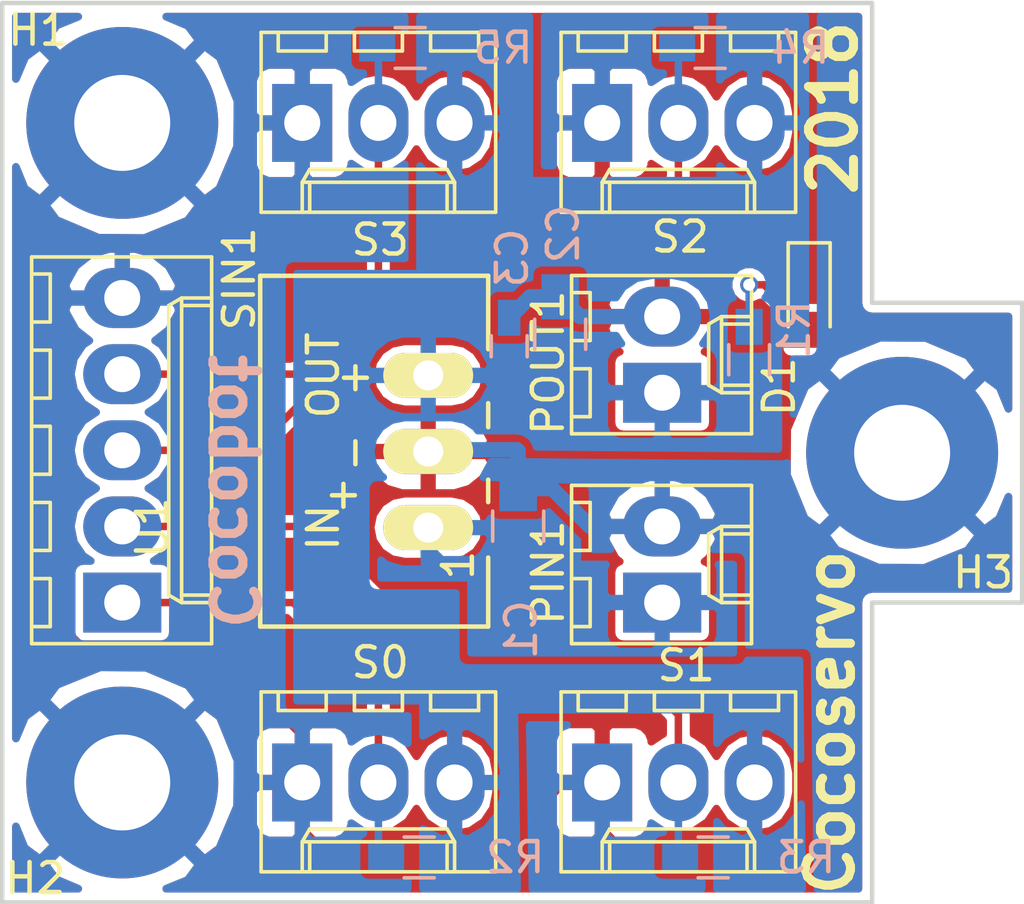
<source format=kicad_pcb>
(kicad_pcb (version 4) (host pcbnew 4.0.6)

  (general
    (links 37)
    (no_connects 0)
    (area 49.924999 49.924999 84.075001 80.075001)
    (thickness 1.6)
    (drawings 11)
    (tracks 129)
    (zones 0)
    (modules 20)
    (nets 9)
  )

  (page A4)
  (layers
    (0 F.Cu signal)
    (31 B.Cu signal)
    (32 B.Adhes user)
    (33 F.Adhes user)
    (34 B.Paste user)
    (35 F.Paste user)
    (36 B.SilkS user)
    (37 F.SilkS user)
    (38 B.Mask user)
    (39 F.Mask user)
    (40 Dwgs.User user)
    (41 Cmts.User user)
    (42 Eco1.User user)
    (43 Eco2.User user)
    (44 Edge.Cuts user)
    (45 Margin user)
    (46 B.CrtYd user)
    (47 F.CrtYd user)
    (48 B.Fab user hide)
    (49 F.Fab user hide)
  )

  (setup
    (last_trace_width 0.508)
    (user_trace_width 0.381)
    (user_trace_width 0.508)
    (trace_clearance 0.2)
    (zone_clearance 0.254)
    (zone_45_only no)
    (trace_min 0.2)
    (segment_width 0.2)
    (edge_width 0.15)
    (via_size 0.6)
    (via_drill 0.4)
    (via_min_size 0.4)
    (via_min_drill 0.3)
    (uvia_size 0.3)
    (uvia_drill 0.1)
    (uvias_allowed no)
    (uvia_min_size 0.2)
    (uvia_min_drill 0.1)
    (pcb_text_width 0.3)
    (pcb_text_size 1.5 1.5)
    (mod_edge_width 0.15)
    (mod_text_size 1 1)
    (mod_text_width 0.15)
    (pad_size 6.4 6.4)
    (pad_drill 3.2)
    (pad_to_mask_clearance 0.2)
    (aux_axis_origin 0 0)
    (visible_elements FFFFFF7F)
    (pcbplotparams
      (layerselection 0x00030_80000001)
      (usegerberextensions false)
      (excludeedgelayer true)
      (linewidth 0.100000)
      (plotframeref false)
      (viasonmask false)
      (mode 1)
      (useauxorigin false)
      (hpglpennumber 1)
      (hpglpenspeed 20)
      (hpglpendiameter 15)
      (hpglpenoverlay 2)
      (psnegative false)
      (psa4output false)
      (plotreference true)
      (plotvalue true)
      (plotinvisibletext false)
      (padsonsilk false)
      (subtractmaskfromsilk false)
      (outputformat 1)
      (mirror false)
      (drillshape 1)
      (scaleselection 1)
      (outputdirectory ""))
  )

  (net 0 "")
  (net 1 +BATT)
  (net 2 GND)
  (net 3 +5P)
  (net 4 "Net-(D1-Pad2)")
  (net 5 /servo_0_5v)
  (net 6 /servo_1_5v)
  (net 7 /servo_2_5v)
  (net 8 /servo_3_5v)

  (net_class Default "Ceci est la Netclass par défaut"
    (clearance 0.2)
    (trace_width 0.25)
    (via_dia 0.6)
    (via_drill 0.4)
    (uvia_dia 0.3)
    (uvia_drill 0.1)
    (add_net +5P)
    (add_net +BATT)
    (add_net /servo_0_5v)
    (add_net /servo_1_5v)
    (add_net /servo_2_5v)
    (add_net /servo_3_5v)
    (add_net GND)
    (add_net "Net-(D1-Pad2)")
  )

  (module Capacitors_SMD:C_0805_HandSoldering (layer B.Cu) (tedit 58AA84A8) (tstamp 592C8504)
    (at 67.2 67.45 90)
    (descr "Capacitor SMD 0805, hand soldering")
    (tags "capacitor 0805")
    (path /573CB74D)
    (attr smd)
    (fp_text reference C1 (at -3.45 0.1 90) (layer B.SilkS)
      (effects (font (size 1 1) (thickness 0.15)) (justify mirror))
    )
    (fp_text value 10u (at 0 -1.75 90) (layer B.Fab)
      (effects (font (size 1 1) (thickness 0.15)) (justify mirror))
    )
    (fp_text user %R (at 0 1.75 90) (layer B.Fab)
      (effects (font (size 1 1) (thickness 0.15)) (justify mirror))
    )
    (fp_line (start -1 -0.62) (end -1 0.62) (layer B.Fab) (width 0.1))
    (fp_line (start 1 -0.62) (end -1 -0.62) (layer B.Fab) (width 0.1))
    (fp_line (start 1 0.62) (end 1 -0.62) (layer B.Fab) (width 0.1))
    (fp_line (start -1 0.62) (end 1 0.62) (layer B.Fab) (width 0.1))
    (fp_line (start 0.5 0.85) (end -0.5 0.85) (layer B.SilkS) (width 0.12))
    (fp_line (start -0.5 -0.85) (end 0.5 -0.85) (layer B.SilkS) (width 0.12))
    (fp_line (start -2.25 0.88) (end 2.25 0.88) (layer B.CrtYd) (width 0.05))
    (fp_line (start -2.25 0.88) (end -2.25 -0.87) (layer B.CrtYd) (width 0.05))
    (fp_line (start 2.25 -0.87) (end 2.25 0.88) (layer B.CrtYd) (width 0.05))
    (fp_line (start 2.25 -0.87) (end -2.25 -0.87) (layer B.CrtYd) (width 0.05))
    (pad 1 smd rect (at -1.25 0 90) (size 1.5 1.25) (layers B.Cu B.Paste B.Mask)
      (net 1 +BATT))
    (pad 2 smd rect (at 1.25 0 90) (size 1.5 1.25) (layers B.Cu B.Paste B.Mask)
      (net 2 GND))
    (model Capacitors_SMD.3dshapes/C_0805.wrl
      (at (xyz 0 0 0))
      (scale (xyz 1 1 1))
      (rotate (xyz 0 0 0))
    )
  )

  (module Capacitors_SMD:C_0805_HandSoldering (layer B.Cu) (tedit 58AA84A8) (tstamp 592C850A)
    (at 68.6 61.05 90)
    (descr "Capacitor SMD 0805, hand soldering")
    (tags "capacitor 0805")
    (path /5787E7AE)
    (attr smd)
    (fp_text reference C2 (at 3.35 0.1 90) (layer B.SilkS)
      (effects (font (size 1 1) (thickness 0.15)) (justify mirror))
    )
    (fp_text value 10u (at 0 -1.75 90) (layer B.Fab)
      (effects (font (size 1 1) (thickness 0.15)) (justify mirror))
    )
    (fp_text user %R (at 0 1.75 90) (layer B.Fab)
      (effects (font (size 1 1) (thickness 0.15)) (justify mirror))
    )
    (fp_line (start -1 -0.62) (end -1 0.62) (layer B.Fab) (width 0.1))
    (fp_line (start 1 -0.62) (end -1 -0.62) (layer B.Fab) (width 0.1))
    (fp_line (start 1 0.62) (end 1 -0.62) (layer B.Fab) (width 0.1))
    (fp_line (start -1 0.62) (end 1 0.62) (layer B.Fab) (width 0.1))
    (fp_line (start 0.5 0.85) (end -0.5 0.85) (layer B.SilkS) (width 0.12))
    (fp_line (start -0.5 -0.85) (end 0.5 -0.85) (layer B.SilkS) (width 0.12))
    (fp_line (start -2.25 0.88) (end 2.25 0.88) (layer B.CrtYd) (width 0.05))
    (fp_line (start -2.25 0.88) (end -2.25 -0.87) (layer B.CrtYd) (width 0.05))
    (fp_line (start 2.25 -0.87) (end 2.25 0.88) (layer B.CrtYd) (width 0.05))
    (fp_line (start 2.25 -0.87) (end -2.25 -0.87) (layer B.CrtYd) (width 0.05))
    (pad 1 smd rect (at -1.25 0 90) (size 1.5 1.25) (layers B.Cu B.Paste B.Mask)
      (net 3 +5P))
    (pad 2 smd rect (at 1.25 0 90) (size 1.5 1.25) (layers B.Cu B.Paste B.Mask)
      (net 2 GND))
    (model Capacitors_SMD.3dshapes/C_0805.wrl
      (at (xyz 0 0 0))
      (scale (xyz 1 1 1))
      (rotate (xyz 0 0 0))
    )
  )

  (module Capacitors_SMD:C_0603_HandSoldering (layer B.Cu) (tedit 58AA848B) (tstamp 592C8510)
    (at 66.9 61.45 90)
    (descr "Capacitor SMD 0603, hand soldering")
    (tags "capacitor 0603")
    (path /5787E938)
    (attr smd)
    (fp_text reference C3 (at 2.95 0.1 90) (layer B.SilkS)
      (effects (font (size 1 1) (thickness 0.15)) (justify mirror))
    )
    (fp_text value 100n (at 0 -1.5 90) (layer B.Fab)
      (effects (font (size 1 1) (thickness 0.15)) (justify mirror))
    )
    (fp_text user %R (at 0 1.25 90) (layer B.Fab)
      (effects (font (size 1 1) (thickness 0.15)) (justify mirror))
    )
    (fp_line (start -0.8 -0.4) (end -0.8 0.4) (layer B.Fab) (width 0.1))
    (fp_line (start 0.8 -0.4) (end -0.8 -0.4) (layer B.Fab) (width 0.1))
    (fp_line (start 0.8 0.4) (end 0.8 -0.4) (layer B.Fab) (width 0.1))
    (fp_line (start -0.8 0.4) (end 0.8 0.4) (layer B.Fab) (width 0.1))
    (fp_line (start -0.35 0.6) (end 0.35 0.6) (layer B.SilkS) (width 0.12))
    (fp_line (start 0.35 -0.6) (end -0.35 -0.6) (layer B.SilkS) (width 0.12))
    (fp_line (start -1.8 0.65) (end 1.8 0.65) (layer B.CrtYd) (width 0.05))
    (fp_line (start -1.8 0.65) (end -1.8 -0.65) (layer B.CrtYd) (width 0.05))
    (fp_line (start 1.8 -0.65) (end 1.8 0.65) (layer B.CrtYd) (width 0.05))
    (fp_line (start 1.8 -0.65) (end -1.8 -0.65) (layer B.CrtYd) (width 0.05))
    (pad 1 smd rect (at -0.95 0 90) (size 1.2 0.75) (layers B.Cu B.Paste B.Mask)
      (net 3 +5P))
    (pad 2 smd rect (at 0.95 0 90) (size 1.2 0.75) (layers B.Cu B.Paste B.Mask)
      (net 2 GND))
    (model Capacitors_SMD.3dshapes/C_0603.wrl
      (at (xyz 0 0 0))
      (scale (xyz 1 1 1))
      (rotate (xyz 0 0 0))
    )
  )

  (module LEDs:LED_0805 (layer F.Cu) (tedit 57FE93EC) (tstamp 592C8516)
    (at 76.9 59.8 270)
    (descr "LED 0805 smd package")
    (tags "LED led 0805 SMD smd SMT smt smdled SMDLED smtled SMTLED")
    (path /573CEA8D)
    (attr smd)
    (fp_text reference D1 (at 3 1 270) (layer F.SilkS)
      (effects (font (size 1 1) (thickness 0.15)))
    )
    (fp_text value LED (at 0 1.55 270) (layer F.Fab)
      (effects (font (size 1 1) (thickness 0.15)))
    )
    (fp_line (start -1.8 -0.7) (end -1.8 0.7) (layer F.SilkS) (width 0.12))
    (fp_line (start -0.4 -0.4) (end -0.4 0.4) (layer F.Fab) (width 0.1))
    (fp_line (start -0.4 0) (end 0.2 -0.4) (layer F.Fab) (width 0.1))
    (fp_line (start 0.2 0.4) (end -0.4 0) (layer F.Fab) (width 0.1))
    (fp_line (start 0.2 -0.4) (end 0.2 0.4) (layer F.Fab) (width 0.1))
    (fp_line (start 1 0.6) (end -1 0.6) (layer F.Fab) (width 0.1))
    (fp_line (start 1 -0.6) (end 1 0.6) (layer F.Fab) (width 0.1))
    (fp_line (start -1 -0.6) (end 1 -0.6) (layer F.Fab) (width 0.1))
    (fp_line (start -1 0.6) (end -1 -0.6) (layer F.Fab) (width 0.1))
    (fp_line (start -1.8 0.7) (end 1 0.7) (layer F.SilkS) (width 0.12))
    (fp_line (start -1.8 -0.7) (end 1 -0.7) (layer F.SilkS) (width 0.12))
    (fp_line (start 1.95 -0.85) (end 1.95 0.85) (layer F.CrtYd) (width 0.05))
    (fp_line (start 1.95 0.85) (end -1.95 0.85) (layer F.CrtYd) (width 0.05))
    (fp_line (start -1.95 0.85) (end -1.95 -0.85) (layer F.CrtYd) (width 0.05))
    (fp_line (start -1.95 -0.85) (end 1.95 -0.85) (layer F.CrtYd) (width 0.05))
    (pad 2 smd rect (at 1.1 0 90) (size 1.2 1.2) (layers F.Cu F.Paste F.Mask)
      (net 4 "Net-(D1-Pad2)"))
    (pad 1 smd rect (at -1.1 0 90) (size 1.2 1.2) (layers F.Cu F.Paste F.Mask)
      (net 2 GND))
    (model LEDs.3dshapes/LED_0805.wrl
      (at (xyz 0 0 0))
      (scale (xyz 1 1 1))
      (rotate (xyz 0 0 180))
    )
  )

  (module Connectors_Molex:Molex_KK-6410-03_03x2.54mm_Straight (layer F.Cu) (tedit 58EE6EE6) (tstamp 592C8551)
    (at 60 76)
    (descr "Connector Headers with Friction Lock, 22-27-2031, http://www.molex.com/pdm_docs/sd/022272021_sd.pdf")
    (tags "connector molex kk_6410 22-27-2031")
    (path /5787B6B2)
    (fp_text reference S0 (at 2.6 -4) (layer F.SilkS)
      (effects (font (size 1 1) (thickness 0.15)))
    )
    (fp_text value CONN_01X03 (at 2.54 4.5) (layer F.Fab)
      (effects (font (size 1 1) (thickness 0.15)))
    )
    (fp_line (start -1.47 -3.12) (end -1.47 3.08) (layer F.Fab) (width 0.12))
    (fp_line (start -1.47 3.08) (end 6.55 3.08) (layer F.Fab) (width 0.12))
    (fp_line (start 6.55 3.08) (end 6.55 -3.12) (layer F.Fab) (width 0.12))
    (fp_line (start 6.55 -3.12) (end -1.47 -3.12) (layer F.Fab) (width 0.12))
    (fp_line (start -1.37 -3.02) (end -1.37 2.98) (layer F.SilkS) (width 0.12))
    (fp_line (start -1.37 2.98) (end 6.45 2.98) (layer F.SilkS) (width 0.12))
    (fp_line (start 6.45 2.98) (end 6.45 -3.02) (layer F.SilkS) (width 0.12))
    (fp_line (start 6.45 -3.02) (end -1.37 -3.02) (layer F.SilkS) (width 0.12))
    (fp_line (start 0 2.98) (end 0 1.98) (layer F.SilkS) (width 0.12))
    (fp_line (start 0 1.98) (end 5.08 1.98) (layer F.SilkS) (width 0.12))
    (fp_line (start 5.08 1.98) (end 5.08 2.98) (layer F.SilkS) (width 0.12))
    (fp_line (start 0 1.98) (end 0.25 1.55) (layer F.SilkS) (width 0.12))
    (fp_line (start 0.25 1.55) (end 4.83 1.55) (layer F.SilkS) (width 0.12))
    (fp_line (start 4.83 1.55) (end 5.08 1.98) (layer F.SilkS) (width 0.12))
    (fp_line (start 0.25 2.98) (end 0.25 1.98) (layer F.SilkS) (width 0.12))
    (fp_line (start 4.83 2.98) (end 4.83 1.98) (layer F.SilkS) (width 0.12))
    (fp_line (start -0.8 -3.02) (end -0.8 -2.4) (layer F.SilkS) (width 0.12))
    (fp_line (start -0.8 -2.4) (end 0.8 -2.4) (layer F.SilkS) (width 0.12))
    (fp_line (start 0.8 -2.4) (end 0.8 -3.02) (layer F.SilkS) (width 0.12))
    (fp_line (start 1.74 -3.02) (end 1.74 -2.4) (layer F.SilkS) (width 0.12))
    (fp_line (start 1.74 -2.4) (end 3.34 -2.4) (layer F.SilkS) (width 0.12))
    (fp_line (start 3.34 -2.4) (end 3.34 -3.02) (layer F.SilkS) (width 0.12))
    (fp_line (start 4.28 -3.02) (end 4.28 -2.4) (layer F.SilkS) (width 0.12))
    (fp_line (start 4.28 -2.4) (end 5.88 -2.4) (layer F.SilkS) (width 0.12))
    (fp_line (start 5.88 -2.4) (end 5.88 -3.02) (layer F.SilkS) (width 0.12))
    (fp_line (start -1.9 3.5) (end -1.9 -3.55) (layer F.CrtYd) (width 0.05))
    (fp_line (start -1.9 -3.55) (end 7 -3.55) (layer F.CrtYd) (width 0.05))
    (fp_line (start 7 -3.55) (end 7 3.5) (layer F.CrtYd) (width 0.05))
    (fp_line (start 7 3.5) (end -1.9 3.5) (layer F.CrtYd) (width 0.05))
    (fp_text user %R (at 2.54 0) (layer F.Fab)
      (effects (font (size 1 1) (thickness 0.15)))
    )
    (pad 1 thru_hole rect (at 0 0) (size 2 2.6) (drill 1.2) (layers *.Cu *.Mask)
      (net 2 GND))
    (pad 2 thru_hole oval (at 2.54 0) (size 2 2.6) (drill 1.2) (layers *.Cu *.Mask)
      (net 5 /servo_0_5v))
    (pad 3 thru_hole oval (at 5.08 0) (size 2 2.6) (drill 1.2) (layers *.Cu *.Mask)
      (net 3 +5P))
    (model ${KISYS3DMOD}/Connectors_Molex.3dshapes/Molex_KK-6410-03_03x2.54mm_Straight.wrl
      (at (xyz 0 0 0))
      (scale (xyz 1 1 1))
      (rotate (xyz 0 0 0))
    )
  )

  (module Connectors_Molex:Molex_KK-6410-03_03x2.54mm_Straight (layer F.Cu) (tedit 58EE6EE6) (tstamp 592C8558)
    (at 70 76)
    (descr "Connector Headers with Friction Lock, 22-27-2031, http://www.molex.com/pdm_docs/sd/022272021_sd.pdf")
    (tags "connector molex kk_6410 22-27-2031")
    (path /5787D99C)
    (fp_text reference S1 (at 2.8 -3.9) (layer F.SilkS)
      (effects (font (size 1 1) (thickness 0.15)))
    )
    (fp_text value CONN_01X03 (at 2.54 4.5) (layer F.Fab)
      (effects (font (size 1 1) (thickness 0.15)))
    )
    (fp_line (start -1.47 -3.12) (end -1.47 3.08) (layer F.Fab) (width 0.12))
    (fp_line (start -1.47 3.08) (end 6.55 3.08) (layer F.Fab) (width 0.12))
    (fp_line (start 6.55 3.08) (end 6.55 -3.12) (layer F.Fab) (width 0.12))
    (fp_line (start 6.55 -3.12) (end -1.47 -3.12) (layer F.Fab) (width 0.12))
    (fp_line (start -1.37 -3.02) (end -1.37 2.98) (layer F.SilkS) (width 0.12))
    (fp_line (start -1.37 2.98) (end 6.45 2.98) (layer F.SilkS) (width 0.12))
    (fp_line (start 6.45 2.98) (end 6.45 -3.02) (layer F.SilkS) (width 0.12))
    (fp_line (start 6.45 -3.02) (end -1.37 -3.02) (layer F.SilkS) (width 0.12))
    (fp_line (start 0 2.98) (end 0 1.98) (layer F.SilkS) (width 0.12))
    (fp_line (start 0 1.98) (end 5.08 1.98) (layer F.SilkS) (width 0.12))
    (fp_line (start 5.08 1.98) (end 5.08 2.98) (layer F.SilkS) (width 0.12))
    (fp_line (start 0 1.98) (end 0.25 1.55) (layer F.SilkS) (width 0.12))
    (fp_line (start 0.25 1.55) (end 4.83 1.55) (layer F.SilkS) (width 0.12))
    (fp_line (start 4.83 1.55) (end 5.08 1.98) (layer F.SilkS) (width 0.12))
    (fp_line (start 0.25 2.98) (end 0.25 1.98) (layer F.SilkS) (width 0.12))
    (fp_line (start 4.83 2.98) (end 4.83 1.98) (layer F.SilkS) (width 0.12))
    (fp_line (start -0.8 -3.02) (end -0.8 -2.4) (layer F.SilkS) (width 0.12))
    (fp_line (start -0.8 -2.4) (end 0.8 -2.4) (layer F.SilkS) (width 0.12))
    (fp_line (start 0.8 -2.4) (end 0.8 -3.02) (layer F.SilkS) (width 0.12))
    (fp_line (start 1.74 -3.02) (end 1.74 -2.4) (layer F.SilkS) (width 0.12))
    (fp_line (start 1.74 -2.4) (end 3.34 -2.4) (layer F.SilkS) (width 0.12))
    (fp_line (start 3.34 -2.4) (end 3.34 -3.02) (layer F.SilkS) (width 0.12))
    (fp_line (start 4.28 -3.02) (end 4.28 -2.4) (layer F.SilkS) (width 0.12))
    (fp_line (start 4.28 -2.4) (end 5.88 -2.4) (layer F.SilkS) (width 0.12))
    (fp_line (start 5.88 -2.4) (end 5.88 -3.02) (layer F.SilkS) (width 0.12))
    (fp_line (start -1.9 3.5) (end -1.9 -3.55) (layer F.CrtYd) (width 0.05))
    (fp_line (start -1.9 -3.55) (end 7 -3.55) (layer F.CrtYd) (width 0.05))
    (fp_line (start 7 -3.55) (end 7 3.5) (layer F.CrtYd) (width 0.05))
    (fp_line (start 7 3.5) (end -1.9 3.5) (layer F.CrtYd) (width 0.05))
    (fp_text user %R (at 2.54 0) (layer F.Fab)
      (effects (font (size 1 1) (thickness 0.15)))
    )
    (pad 1 thru_hole rect (at 0 0) (size 2 2.6) (drill 1.2) (layers *.Cu *.Mask)
      (net 2 GND))
    (pad 2 thru_hole oval (at 2.54 0) (size 2 2.6) (drill 1.2) (layers *.Cu *.Mask)
      (net 6 /servo_1_5v))
    (pad 3 thru_hole oval (at 5.08 0) (size 2 2.6) (drill 1.2) (layers *.Cu *.Mask)
      (net 3 +5P))
    (model ${KISYS3DMOD}/Connectors_Molex.3dshapes/Molex_KK-6410-03_03x2.54mm_Straight.wrl
      (at (xyz 0 0 0))
      (scale (xyz 1 1 1))
      (rotate (xyz 0 0 0))
    )
  )

  (module Connectors_Molex:Molex_KK-6410-03_03x2.54mm_Straight (layer F.Cu) (tedit 58EE6EE6) (tstamp 592C855F)
    (at 70 54)
    (descr "Connector Headers with Friction Lock, 22-27-2031, http://www.molex.com/pdm_docs/sd/022272021_sd.pdf")
    (tags "connector molex kk_6410 22-27-2031")
    (path /5787DBB0)
    (fp_text reference S2 (at 2.6 3.8) (layer F.SilkS)
      (effects (font (size 1 1) (thickness 0.15)))
    )
    (fp_text value CONN_01X03 (at 2.54 4.5) (layer F.Fab)
      (effects (font (size 1 1) (thickness 0.15)))
    )
    (fp_line (start -1.47 -3.12) (end -1.47 3.08) (layer F.Fab) (width 0.12))
    (fp_line (start -1.47 3.08) (end 6.55 3.08) (layer F.Fab) (width 0.12))
    (fp_line (start 6.55 3.08) (end 6.55 -3.12) (layer F.Fab) (width 0.12))
    (fp_line (start 6.55 -3.12) (end -1.47 -3.12) (layer F.Fab) (width 0.12))
    (fp_line (start -1.37 -3.02) (end -1.37 2.98) (layer F.SilkS) (width 0.12))
    (fp_line (start -1.37 2.98) (end 6.45 2.98) (layer F.SilkS) (width 0.12))
    (fp_line (start 6.45 2.98) (end 6.45 -3.02) (layer F.SilkS) (width 0.12))
    (fp_line (start 6.45 -3.02) (end -1.37 -3.02) (layer F.SilkS) (width 0.12))
    (fp_line (start 0 2.98) (end 0 1.98) (layer F.SilkS) (width 0.12))
    (fp_line (start 0 1.98) (end 5.08 1.98) (layer F.SilkS) (width 0.12))
    (fp_line (start 5.08 1.98) (end 5.08 2.98) (layer F.SilkS) (width 0.12))
    (fp_line (start 0 1.98) (end 0.25 1.55) (layer F.SilkS) (width 0.12))
    (fp_line (start 0.25 1.55) (end 4.83 1.55) (layer F.SilkS) (width 0.12))
    (fp_line (start 4.83 1.55) (end 5.08 1.98) (layer F.SilkS) (width 0.12))
    (fp_line (start 0.25 2.98) (end 0.25 1.98) (layer F.SilkS) (width 0.12))
    (fp_line (start 4.83 2.98) (end 4.83 1.98) (layer F.SilkS) (width 0.12))
    (fp_line (start -0.8 -3.02) (end -0.8 -2.4) (layer F.SilkS) (width 0.12))
    (fp_line (start -0.8 -2.4) (end 0.8 -2.4) (layer F.SilkS) (width 0.12))
    (fp_line (start 0.8 -2.4) (end 0.8 -3.02) (layer F.SilkS) (width 0.12))
    (fp_line (start 1.74 -3.02) (end 1.74 -2.4) (layer F.SilkS) (width 0.12))
    (fp_line (start 1.74 -2.4) (end 3.34 -2.4) (layer F.SilkS) (width 0.12))
    (fp_line (start 3.34 -2.4) (end 3.34 -3.02) (layer F.SilkS) (width 0.12))
    (fp_line (start 4.28 -3.02) (end 4.28 -2.4) (layer F.SilkS) (width 0.12))
    (fp_line (start 4.28 -2.4) (end 5.88 -2.4) (layer F.SilkS) (width 0.12))
    (fp_line (start 5.88 -2.4) (end 5.88 -3.02) (layer F.SilkS) (width 0.12))
    (fp_line (start -1.9 3.5) (end -1.9 -3.55) (layer F.CrtYd) (width 0.05))
    (fp_line (start -1.9 -3.55) (end 7 -3.55) (layer F.CrtYd) (width 0.05))
    (fp_line (start 7 -3.55) (end 7 3.5) (layer F.CrtYd) (width 0.05))
    (fp_line (start 7 3.5) (end -1.9 3.5) (layer F.CrtYd) (width 0.05))
    (fp_text user %R (at 2.54 0) (layer F.Fab)
      (effects (font (size 1 1) (thickness 0.15)))
    )
    (pad 1 thru_hole rect (at 0 0) (size 2 2.6) (drill 1.2) (layers *.Cu *.Mask)
      (net 2 GND))
    (pad 2 thru_hole oval (at 2.54 0) (size 2 2.6) (drill 1.2) (layers *.Cu *.Mask)
      (net 7 /servo_2_5v))
    (pad 3 thru_hole oval (at 5.08 0) (size 2 2.6) (drill 1.2) (layers *.Cu *.Mask)
      (net 3 +5P))
    (model ${KISYS3DMOD}/Connectors_Molex.3dshapes/Molex_KK-6410-03_03x2.54mm_Straight.wrl
      (at (xyz 0 0 0))
      (scale (xyz 1 1 1))
      (rotate (xyz 0 0 0))
    )
  )

  (module Connectors_Molex:Molex_KK-6410-03_03x2.54mm_Straight (layer F.Cu) (tedit 58EE6EE6) (tstamp 592C8566)
    (at 60 54)
    (descr "Connector Headers with Friction Lock, 22-27-2031, http://www.molex.com/pdm_docs/sd/022272021_sd.pdf")
    (tags "connector molex kk_6410 22-27-2031")
    (path /5787DBD3)
    (fp_text reference S3 (at 2.6 3.9) (layer F.SilkS)
      (effects (font (size 1 1) (thickness 0.15)))
    )
    (fp_text value CONN_01X03 (at 2.54 4.5) (layer F.Fab)
      (effects (font (size 1 1) (thickness 0.15)))
    )
    (fp_line (start -1.47 -3.12) (end -1.47 3.08) (layer F.Fab) (width 0.12))
    (fp_line (start -1.47 3.08) (end 6.55 3.08) (layer F.Fab) (width 0.12))
    (fp_line (start 6.55 3.08) (end 6.55 -3.12) (layer F.Fab) (width 0.12))
    (fp_line (start 6.55 -3.12) (end -1.47 -3.12) (layer F.Fab) (width 0.12))
    (fp_line (start -1.37 -3.02) (end -1.37 2.98) (layer F.SilkS) (width 0.12))
    (fp_line (start -1.37 2.98) (end 6.45 2.98) (layer F.SilkS) (width 0.12))
    (fp_line (start 6.45 2.98) (end 6.45 -3.02) (layer F.SilkS) (width 0.12))
    (fp_line (start 6.45 -3.02) (end -1.37 -3.02) (layer F.SilkS) (width 0.12))
    (fp_line (start 0 2.98) (end 0 1.98) (layer F.SilkS) (width 0.12))
    (fp_line (start 0 1.98) (end 5.08 1.98) (layer F.SilkS) (width 0.12))
    (fp_line (start 5.08 1.98) (end 5.08 2.98) (layer F.SilkS) (width 0.12))
    (fp_line (start 0 1.98) (end 0.25 1.55) (layer F.SilkS) (width 0.12))
    (fp_line (start 0.25 1.55) (end 4.83 1.55) (layer F.SilkS) (width 0.12))
    (fp_line (start 4.83 1.55) (end 5.08 1.98) (layer F.SilkS) (width 0.12))
    (fp_line (start 0.25 2.98) (end 0.25 1.98) (layer F.SilkS) (width 0.12))
    (fp_line (start 4.83 2.98) (end 4.83 1.98) (layer F.SilkS) (width 0.12))
    (fp_line (start -0.8 -3.02) (end -0.8 -2.4) (layer F.SilkS) (width 0.12))
    (fp_line (start -0.8 -2.4) (end 0.8 -2.4) (layer F.SilkS) (width 0.12))
    (fp_line (start 0.8 -2.4) (end 0.8 -3.02) (layer F.SilkS) (width 0.12))
    (fp_line (start 1.74 -3.02) (end 1.74 -2.4) (layer F.SilkS) (width 0.12))
    (fp_line (start 1.74 -2.4) (end 3.34 -2.4) (layer F.SilkS) (width 0.12))
    (fp_line (start 3.34 -2.4) (end 3.34 -3.02) (layer F.SilkS) (width 0.12))
    (fp_line (start 4.28 -3.02) (end 4.28 -2.4) (layer F.SilkS) (width 0.12))
    (fp_line (start 4.28 -2.4) (end 5.88 -2.4) (layer F.SilkS) (width 0.12))
    (fp_line (start 5.88 -2.4) (end 5.88 -3.02) (layer F.SilkS) (width 0.12))
    (fp_line (start -1.9 3.5) (end -1.9 -3.55) (layer F.CrtYd) (width 0.05))
    (fp_line (start -1.9 -3.55) (end 7 -3.55) (layer F.CrtYd) (width 0.05))
    (fp_line (start 7 -3.55) (end 7 3.5) (layer F.CrtYd) (width 0.05))
    (fp_line (start 7 3.5) (end -1.9 3.5) (layer F.CrtYd) (width 0.05))
    (fp_text user %R (at 2.54 0) (layer F.Fab)
      (effects (font (size 1 1) (thickness 0.15)))
    )
    (pad 1 thru_hole rect (at 0 0) (size 2 2.6) (drill 1.2) (layers *.Cu *.Mask)
      (net 2 GND))
    (pad 2 thru_hole oval (at 2.54 0) (size 2 2.6) (drill 1.2) (layers *.Cu *.Mask)
      (net 8 /servo_3_5v))
    (pad 3 thru_hole oval (at 5.08 0) (size 2 2.6) (drill 1.2) (layers *.Cu *.Mask)
      (net 3 +5P))
    (model ${KISYS3DMOD}/Connectors_Molex.3dshapes/Molex_KK-6410-03_03x2.54mm_Straight.wrl
      (at (xyz 0 0 0))
      (scale (xyz 1 1 1))
      (rotate (xyz 0 0 0))
    )
  )

  (module Connectors_Molex:Molex_KK-6410-02_02x2.54mm_Straight (layer F.Cu) (tedit 58EE6EE4) (tstamp 592C856C)
    (at 72 70 90)
    (descr "Connector Headers with Friction Lock, 22-27-2021, http://www.molex.com/pdm_docs/sd/022272021_sd.pdf")
    (tags "connector molex kk_6410 22-27-2021")
    (path /5787F44A)
    (fp_text reference PIN1 (at 1 -3.8 90) (layer F.SilkS)
      (effects (font (size 1 1) (thickness 0.15)))
    )
    (fp_text value CONN_01X02 (at 1.27 4.5 90) (layer F.Fab)
      (effects (font (size 1 1) (thickness 0.15)))
    )
    (fp_line (start -1.47 -3.12) (end -1.47 3.08) (layer F.Fab) (width 0.12))
    (fp_line (start -1.47 3.08) (end 4.01 3.08) (layer F.Fab) (width 0.12))
    (fp_line (start 4.01 3.08) (end 4.01 -3.12) (layer F.Fab) (width 0.12))
    (fp_line (start 4.01 -3.12) (end -1.47 -3.12) (layer F.Fab) (width 0.12))
    (fp_line (start -1.37 -3.02) (end -1.37 2.98) (layer F.SilkS) (width 0.12))
    (fp_line (start -1.37 2.98) (end 3.91 2.98) (layer F.SilkS) (width 0.12))
    (fp_line (start 3.91 2.98) (end 3.91 -3.02) (layer F.SilkS) (width 0.12))
    (fp_line (start 3.91 -3.02) (end -1.37 -3.02) (layer F.SilkS) (width 0.12))
    (fp_line (start 0 2.98) (end 0 1.98) (layer F.SilkS) (width 0.12))
    (fp_line (start 0 1.98) (end 2.54 1.98) (layer F.SilkS) (width 0.12))
    (fp_line (start 2.54 1.98) (end 2.54 2.98) (layer F.SilkS) (width 0.12))
    (fp_line (start 0 1.98) (end 0.25 1.55) (layer F.SilkS) (width 0.12))
    (fp_line (start 0.25 1.55) (end 2.29 1.55) (layer F.SilkS) (width 0.12))
    (fp_line (start 2.29 1.55) (end 2.54 1.98) (layer F.SilkS) (width 0.12))
    (fp_line (start 0.25 2.98) (end 0.25 1.98) (layer F.SilkS) (width 0.12))
    (fp_line (start 2.29 2.98) (end 2.29 1.98) (layer F.SilkS) (width 0.12))
    (fp_line (start -0.8 -3.02) (end -0.8 -2.4) (layer F.SilkS) (width 0.12))
    (fp_line (start -0.8 -2.4) (end 0.8 -2.4) (layer F.SilkS) (width 0.12))
    (fp_line (start 0.8 -2.4) (end 0.8 -3.02) (layer F.SilkS) (width 0.12))
    (fp_line (start 1.74 -3.02) (end 1.74 -2.4) (layer F.SilkS) (width 0.12))
    (fp_line (start 1.74 -2.4) (end 3.34 -2.4) (layer F.SilkS) (width 0.12))
    (fp_line (start 3.34 -2.4) (end 3.34 -3.02) (layer F.SilkS) (width 0.12))
    (fp_line (start -1.9 3.5) (end -1.9 -3.55) (layer F.CrtYd) (width 0.05))
    (fp_line (start -1.9 -3.55) (end 4.45 -3.55) (layer F.CrtYd) (width 0.05))
    (fp_line (start 4.45 -3.55) (end 4.45 3.5) (layer F.CrtYd) (width 0.05))
    (fp_line (start 4.45 3.5) (end -1.9 3.5) (layer F.CrtYd) (width 0.05))
    (fp_text user %R (at 1.27 0 90) (layer F.Fab)
      (effects (font (size 1 1) (thickness 0.15)))
    )
    (pad 1 thru_hole rect (at 0 0 90) (size 2 2.6) (drill 1.2) (layers *.Cu *.Mask)
      (net 1 +BATT))
    (pad 2 thru_hole oval (at 2.54 0 90) (size 2 2.6) (drill 1.2) (layers *.Cu *.Mask)
      (net 2 GND))
    (model ${KISYS3DMOD}/Connectors_Molex.3dshapes/Molex_KK-6410-02_02x2.54mm_Straight.wrl
      (at (xyz 0 0 0))
      (scale (xyz 1 1 1))
      (rotate (xyz 0 0 0))
    )
  )

  (module Connectors_Molex:Molex_KK-6410-02_02x2.54mm_Straight (layer F.Cu) (tedit 58EE6EE4) (tstamp 592C8572)
    (at 72 63 90)
    (descr "Connector Headers with Friction Lock, 22-27-2021, http://www.molex.com/pdm_docs/sd/022272021_sd.pdf")
    (tags "connector molex kk_6410 22-27-2021")
    (path /5787F6B6)
    (fp_text reference POUT1 (at 1 -3.8 90) (layer F.SilkS)
      (effects (font (size 1 1) (thickness 0.15)))
    )
    (fp_text value CONN_01X02 (at 1.27 4.5 90) (layer F.Fab)
      (effects (font (size 1 1) (thickness 0.15)))
    )
    (fp_line (start -1.47 -3.12) (end -1.47 3.08) (layer F.Fab) (width 0.12))
    (fp_line (start -1.47 3.08) (end 4.01 3.08) (layer F.Fab) (width 0.12))
    (fp_line (start 4.01 3.08) (end 4.01 -3.12) (layer F.Fab) (width 0.12))
    (fp_line (start 4.01 -3.12) (end -1.47 -3.12) (layer F.Fab) (width 0.12))
    (fp_line (start -1.37 -3.02) (end -1.37 2.98) (layer F.SilkS) (width 0.12))
    (fp_line (start -1.37 2.98) (end 3.91 2.98) (layer F.SilkS) (width 0.12))
    (fp_line (start 3.91 2.98) (end 3.91 -3.02) (layer F.SilkS) (width 0.12))
    (fp_line (start 3.91 -3.02) (end -1.37 -3.02) (layer F.SilkS) (width 0.12))
    (fp_line (start 0 2.98) (end 0 1.98) (layer F.SilkS) (width 0.12))
    (fp_line (start 0 1.98) (end 2.54 1.98) (layer F.SilkS) (width 0.12))
    (fp_line (start 2.54 1.98) (end 2.54 2.98) (layer F.SilkS) (width 0.12))
    (fp_line (start 0 1.98) (end 0.25 1.55) (layer F.SilkS) (width 0.12))
    (fp_line (start 0.25 1.55) (end 2.29 1.55) (layer F.SilkS) (width 0.12))
    (fp_line (start 2.29 1.55) (end 2.54 1.98) (layer F.SilkS) (width 0.12))
    (fp_line (start 0.25 2.98) (end 0.25 1.98) (layer F.SilkS) (width 0.12))
    (fp_line (start 2.29 2.98) (end 2.29 1.98) (layer F.SilkS) (width 0.12))
    (fp_line (start -0.8 -3.02) (end -0.8 -2.4) (layer F.SilkS) (width 0.12))
    (fp_line (start -0.8 -2.4) (end 0.8 -2.4) (layer F.SilkS) (width 0.12))
    (fp_line (start 0.8 -2.4) (end 0.8 -3.02) (layer F.SilkS) (width 0.12))
    (fp_line (start 1.74 -3.02) (end 1.74 -2.4) (layer F.SilkS) (width 0.12))
    (fp_line (start 1.74 -2.4) (end 3.34 -2.4) (layer F.SilkS) (width 0.12))
    (fp_line (start 3.34 -2.4) (end 3.34 -3.02) (layer F.SilkS) (width 0.12))
    (fp_line (start -1.9 3.5) (end -1.9 -3.55) (layer F.CrtYd) (width 0.05))
    (fp_line (start -1.9 -3.55) (end 4.45 -3.55) (layer F.CrtYd) (width 0.05))
    (fp_line (start 4.45 -3.55) (end 4.45 3.5) (layer F.CrtYd) (width 0.05))
    (fp_line (start 4.45 3.5) (end -1.9 3.5) (layer F.CrtYd) (width 0.05))
    (fp_text user %R (at 1.27 0 90) (layer F.Fab)
      (effects (font (size 1 1) (thickness 0.15)))
    )
    (pad 1 thru_hole rect (at 0 0 90) (size 2 2.6) (drill 1.2) (layers *.Cu *.Mask)
      (net 3 +5P))
    (pad 2 thru_hole oval (at 2.54 0 90) (size 2 2.6) (drill 1.2) (layers *.Cu *.Mask)
      (net 2 GND))
    (model ${KISYS3DMOD}/Connectors_Molex.3dshapes/Molex_KK-6410-02_02x2.54mm_Straight.wrl
      (at (xyz 0 0 0))
      (scale (xyz 1 1 1))
      (rotate (xyz 0 0 0))
    )
  )

  (module Connectors_Molex:Molex_KK-6410-05_05x2.54mm_Straight (layer F.Cu) (tedit 58EE6EEA) (tstamp 592C857B)
    (at 54 70 90)
    (descr "Connector Headers with Friction Lock, 22-27-2051, http://www.molex.com/pdm_docs/sd/022272021_sd.pdf")
    (tags "connector molex kk_6410 22-27-2051")
    (path /5787DF50)
    (fp_text reference SIN1 (at 10.8 3.9 90) (layer F.SilkS)
      (effects (font (size 1 1) (thickness 0.15)))
    )
    (fp_text value CONN_01X05 (at 5.08 4.5 90) (layer F.Fab)
      (effects (font (size 1 1) (thickness 0.15)))
    )
    (fp_line (start -1.47 -3.12) (end -1.47 3.08) (layer F.Fab) (width 0.12))
    (fp_line (start -1.47 3.08) (end 11.63 3.08) (layer F.Fab) (width 0.12))
    (fp_line (start 11.63 3.08) (end 11.63 -3.12) (layer F.Fab) (width 0.12))
    (fp_line (start 11.63 -3.12) (end -1.47 -3.12) (layer F.Fab) (width 0.12))
    (fp_line (start -1.37 -3.02) (end -1.37 2.98) (layer F.SilkS) (width 0.12))
    (fp_line (start -1.37 2.98) (end 11.53 2.98) (layer F.SilkS) (width 0.12))
    (fp_line (start 11.53 2.98) (end 11.53 -3.02) (layer F.SilkS) (width 0.12))
    (fp_line (start 11.53 -3.02) (end -1.37 -3.02) (layer F.SilkS) (width 0.12))
    (fp_line (start 0 2.98) (end 0 1.98) (layer F.SilkS) (width 0.12))
    (fp_line (start 0 1.98) (end 10.16 1.98) (layer F.SilkS) (width 0.12))
    (fp_line (start 10.16 1.98) (end 10.16 2.98) (layer F.SilkS) (width 0.12))
    (fp_line (start 0 1.98) (end 0.25 1.55) (layer F.SilkS) (width 0.12))
    (fp_line (start 0.25 1.55) (end 9.91 1.55) (layer F.SilkS) (width 0.12))
    (fp_line (start 9.91 1.55) (end 10.16 1.98) (layer F.SilkS) (width 0.12))
    (fp_line (start 0.25 2.98) (end 0.25 1.98) (layer F.SilkS) (width 0.12))
    (fp_line (start 9.91 2.98) (end 9.91 1.98) (layer F.SilkS) (width 0.12))
    (fp_line (start -0.8 -3.02) (end -0.8 -2.4) (layer F.SilkS) (width 0.12))
    (fp_line (start -0.8 -2.4) (end 0.8 -2.4) (layer F.SilkS) (width 0.12))
    (fp_line (start 0.8 -2.4) (end 0.8 -3.02) (layer F.SilkS) (width 0.12))
    (fp_line (start 1.74 -3.02) (end 1.74 -2.4) (layer F.SilkS) (width 0.12))
    (fp_line (start 1.74 -2.4) (end 3.34 -2.4) (layer F.SilkS) (width 0.12))
    (fp_line (start 3.34 -2.4) (end 3.34 -3.02) (layer F.SilkS) (width 0.12))
    (fp_line (start 4.28 -3.02) (end 4.28 -2.4) (layer F.SilkS) (width 0.12))
    (fp_line (start 4.28 -2.4) (end 5.88 -2.4) (layer F.SilkS) (width 0.12))
    (fp_line (start 5.88 -2.4) (end 5.88 -3.02) (layer F.SilkS) (width 0.12))
    (fp_line (start 6.82 -3.02) (end 6.82 -2.4) (layer F.SilkS) (width 0.12))
    (fp_line (start 6.82 -2.4) (end 8.42 -2.4) (layer F.SilkS) (width 0.12))
    (fp_line (start 8.42 -2.4) (end 8.42 -3.02) (layer F.SilkS) (width 0.12))
    (fp_line (start 9.36 -3.02) (end 9.36 -2.4) (layer F.SilkS) (width 0.12))
    (fp_line (start 9.36 -2.4) (end 10.96 -2.4) (layer F.SilkS) (width 0.12))
    (fp_line (start 10.96 -2.4) (end 10.96 -3.02) (layer F.SilkS) (width 0.12))
    (fp_line (start -1.9 3.5) (end -1.9 -3.55) (layer F.CrtYd) (width 0.05))
    (fp_line (start -1.9 -3.55) (end 12.05 -3.55) (layer F.CrtYd) (width 0.05))
    (fp_line (start 12.05 -3.55) (end 12.05 3.5) (layer F.CrtYd) (width 0.05))
    (fp_line (start 12.05 3.5) (end -1.9 3.5) (layer F.CrtYd) (width 0.05))
    (fp_text user %R (at 5.08 0 90) (layer F.Fab)
      (effects (font (size 1 1) (thickness 0.15)))
    )
    (pad 1 thru_hole rect (at 0 0 90) (size 2 2.6) (drill 1.2) (layers *.Cu *.Mask)
      (net 5 /servo_0_5v))
    (pad 2 thru_hole oval (at 2.54 0 90) (size 2 2.6) (drill 1.2) (layers *.Cu *.Mask)
      (net 6 /servo_1_5v))
    (pad 3 thru_hole oval (at 5.08 0 90) (size 2 2.6) (drill 1.2) (layers *.Cu *.Mask)
      (net 7 /servo_2_5v))
    (pad 4 thru_hole oval (at 7.62 0 90) (size 2 2.6) (drill 1.2) (layers *.Cu *.Mask)
      (net 8 /servo_3_5v))
    (pad 5 thru_hole oval (at 10.16 0 90) (size 2 2.6) (drill 1.2) (layers *.Cu *.Mask)
      (net 2 GND))
    (model ${KISYS3DMOD}/Connectors_Molex.3dshapes/Molex_KK-6410-05_05x2.54mm_Straight.wrl
      (at (xyz 0 0 0))
      (scale (xyz 1 1 1))
      (rotate (xyz 0 0 0))
    )
  )

  (module Resistors_SMD:R_0603_HandSoldering (layer B.Cu) (tedit 58E0A804) (tstamp 592C8581)
    (at 74.9 61.9 90)
    (descr "Resistor SMD 0603, hand soldering")
    (tags "resistor 0603")
    (path /573CEAA0)
    (attr smd)
    (fp_text reference R1 (at 1 1.5 90) (layer B.SilkS)
      (effects (font (size 1 1) (thickness 0.15)) (justify mirror))
    )
    (fp_text value 330 (at 0 -1.55 90) (layer B.Fab)
      (effects (font (size 1 1) (thickness 0.15)) (justify mirror))
    )
    (fp_text user %R (at 0 0 90) (layer B.Fab)
      (effects (font (size 0.5 0.5) (thickness 0.075)) (justify mirror))
    )
    (fp_line (start -0.8 -0.4) (end -0.8 0.4) (layer B.Fab) (width 0.1))
    (fp_line (start 0.8 -0.4) (end -0.8 -0.4) (layer B.Fab) (width 0.1))
    (fp_line (start 0.8 0.4) (end 0.8 -0.4) (layer B.Fab) (width 0.1))
    (fp_line (start -0.8 0.4) (end 0.8 0.4) (layer B.Fab) (width 0.1))
    (fp_line (start 0.5 -0.68) (end -0.5 -0.68) (layer B.SilkS) (width 0.12))
    (fp_line (start -0.5 0.68) (end 0.5 0.68) (layer B.SilkS) (width 0.12))
    (fp_line (start -1.96 0.7) (end 1.95 0.7) (layer B.CrtYd) (width 0.05))
    (fp_line (start -1.96 0.7) (end -1.96 -0.7) (layer B.CrtYd) (width 0.05))
    (fp_line (start 1.95 -0.7) (end 1.95 0.7) (layer B.CrtYd) (width 0.05))
    (fp_line (start 1.95 -0.7) (end -1.96 -0.7) (layer B.CrtYd) (width 0.05))
    (pad 1 smd rect (at -1.1 0 90) (size 1.2 0.9) (layers B.Cu B.Paste B.Mask)
      (net 3 +5P))
    (pad 2 smd rect (at 1.1 0 90) (size 1.2 0.9) (layers B.Cu B.Paste B.Mask)
      (net 4 "Net-(D1-Pad2)"))
    (model ${KISYS3DMOD}/Resistors_SMD.3dshapes/R_0603.wrl
      (at (xyz 0 0 0))
      (scale (xyz 1 1 1))
      (rotate (xyz 0 0 0))
    )
  )

  (module Resistors_SMD:R_0603_HandSoldering (layer B.Cu) (tedit 58E0A804) (tstamp 592C8587)
    (at 63.9 78.5 180)
    (descr "Resistor SMD 0603, hand soldering")
    (tags "resistor 0603")
    (path /5787D4A4)
    (attr smd)
    (fp_text reference R2 (at -3.2 0 180) (layer B.SilkS)
      (effects (font (size 1 1) (thickness 0.15)) (justify mirror))
    )
    (fp_text value 10k (at 0 -1.55 180) (layer B.Fab)
      (effects (font (size 1 1) (thickness 0.15)) (justify mirror))
    )
    (fp_text user %R (at 0 0 180) (layer B.Fab)
      (effects (font (size 0.5 0.5) (thickness 0.075)) (justify mirror))
    )
    (fp_line (start -0.8 -0.4) (end -0.8 0.4) (layer B.Fab) (width 0.1))
    (fp_line (start 0.8 -0.4) (end -0.8 -0.4) (layer B.Fab) (width 0.1))
    (fp_line (start 0.8 0.4) (end 0.8 -0.4) (layer B.Fab) (width 0.1))
    (fp_line (start -0.8 0.4) (end 0.8 0.4) (layer B.Fab) (width 0.1))
    (fp_line (start 0.5 -0.68) (end -0.5 -0.68) (layer B.SilkS) (width 0.12))
    (fp_line (start -0.5 0.68) (end 0.5 0.68) (layer B.SilkS) (width 0.12))
    (fp_line (start -1.96 0.7) (end 1.95 0.7) (layer B.CrtYd) (width 0.05))
    (fp_line (start -1.96 0.7) (end -1.96 -0.7) (layer B.CrtYd) (width 0.05))
    (fp_line (start 1.95 -0.7) (end 1.95 0.7) (layer B.CrtYd) (width 0.05))
    (fp_line (start 1.95 -0.7) (end -1.96 -0.7) (layer B.CrtYd) (width 0.05))
    (pad 1 smd rect (at -1.1 0 180) (size 1.2 0.9) (layers B.Cu B.Paste B.Mask)
      (net 3 +5P))
    (pad 2 smd rect (at 1.1 0 180) (size 1.2 0.9) (layers B.Cu B.Paste B.Mask)
      (net 5 /servo_0_5v))
    (model ${KISYS3DMOD}/Resistors_SMD.3dshapes/R_0603.wrl
      (at (xyz 0 0 0))
      (scale (xyz 1 1 1))
      (rotate (xyz 0 0 0))
    )
  )

  (module Resistors_SMD:R_0603_HandSoldering (layer B.Cu) (tedit 58E0A804) (tstamp 592C858D)
    (at 73.7 78.5 180)
    (descr "Resistor SMD 0603, hand soldering")
    (tags "resistor 0603")
    (path /5787D9B2)
    (attr smd)
    (fp_text reference R3 (at -3.1 0 180) (layer B.SilkS)
      (effects (font (size 1 1) (thickness 0.15)) (justify mirror))
    )
    (fp_text value 10k (at 0 -1.55 180) (layer B.Fab)
      (effects (font (size 1 1) (thickness 0.15)) (justify mirror))
    )
    (fp_text user %R (at 0 0 180) (layer B.Fab)
      (effects (font (size 0.5 0.5) (thickness 0.075)) (justify mirror))
    )
    (fp_line (start -0.8 -0.4) (end -0.8 0.4) (layer B.Fab) (width 0.1))
    (fp_line (start 0.8 -0.4) (end -0.8 -0.4) (layer B.Fab) (width 0.1))
    (fp_line (start 0.8 0.4) (end 0.8 -0.4) (layer B.Fab) (width 0.1))
    (fp_line (start -0.8 0.4) (end 0.8 0.4) (layer B.Fab) (width 0.1))
    (fp_line (start 0.5 -0.68) (end -0.5 -0.68) (layer B.SilkS) (width 0.12))
    (fp_line (start -0.5 0.68) (end 0.5 0.68) (layer B.SilkS) (width 0.12))
    (fp_line (start -1.96 0.7) (end 1.95 0.7) (layer B.CrtYd) (width 0.05))
    (fp_line (start -1.96 0.7) (end -1.96 -0.7) (layer B.CrtYd) (width 0.05))
    (fp_line (start 1.95 -0.7) (end 1.95 0.7) (layer B.CrtYd) (width 0.05))
    (fp_line (start 1.95 -0.7) (end -1.96 -0.7) (layer B.CrtYd) (width 0.05))
    (pad 1 smd rect (at -1.1 0 180) (size 1.2 0.9) (layers B.Cu B.Paste B.Mask)
      (net 3 +5P))
    (pad 2 smd rect (at 1.1 0 180) (size 1.2 0.9) (layers B.Cu B.Paste B.Mask)
      (net 6 /servo_1_5v))
    (model ${KISYS3DMOD}/Resistors_SMD.3dshapes/R_0603.wrl
      (at (xyz 0 0 0))
      (scale (xyz 1 1 1))
      (rotate (xyz 0 0 0))
    )
  )

  (module Resistors_SMD:R_0603_HandSoldering (layer B.Cu) (tedit 58E0A804) (tstamp 592C8593)
    (at 73.6 51.5 180)
    (descr "Resistor SMD 0603, hand soldering")
    (tags "resistor 0603")
    (path /5787DBC6)
    (attr smd)
    (fp_text reference R4 (at -3 0 180) (layer B.SilkS)
      (effects (font (size 1 1) (thickness 0.15)) (justify mirror))
    )
    (fp_text value 10k (at 0 -1.55 180) (layer B.Fab)
      (effects (font (size 1 1) (thickness 0.15)) (justify mirror))
    )
    (fp_text user %R (at 0 0 180) (layer B.Fab)
      (effects (font (size 0.5 0.5) (thickness 0.075)) (justify mirror))
    )
    (fp_line (start -0.8 -0.4) (end -0.8 0.4) (layer B.Fab) (width 0.1))
    (fp_line (start 0.8 -0.4) (end -0.8 -0.4) (layer B.Fab) (width 0.1))
    (fp_line (start 0.8 0.4) (end 0.8 -0.4) (layer B.Fab) (width 0.1))
    (fp_line (start -0.8 0.4) (end 0.8 0.4) (layer B.Fab) (width 0.1))
    (fp_line (start 0.5 -0.68) (end -0.5 -0.68) (layer B.SilkS) (width 0.12))
    (fp_line (start -0.5 0.68) (end 0.5 0.68) (layer B.SilkS) (width 0.12))
    (fp_line (start -1.96 0.7) (end 1.95 0.7) (layer B.CrtYd) (width 0.05))
    (fp_line (start -1.96 0.7) (end -1.96 -0.7) (layer B.CrtYd) (width 0.05))
    (fp_line (start 1.95 -0.7) (end 1.95 0.7) (layer B.CrtYd) (width 0.05))
    (fp_line (start 1.95 -0.7) (end -1.96 -0.7) (layer B.CrtYd) (width 0.05))
    (pad 1 smd rect (at -1.1 0 180) (size 1.2 0.9) (layers B.Cu B.Paste B.Mask)
      (net 3 +5P))
    (pad 2 smd rect (at 1.1 0 180) (size 1.2 0.9) (layers B.Cu B.Paste B.Mask)
      (net 7 /servo_2_5v))
    (model ${KISYS3DMOD}/Resistors_SMD.3dshapes/R_0603.wrl
      (at (xyz 0 0 0))
      (scale (xyz 1 1 1))
      (rotate (xyz 0 0 0))
    )
  )

  (module Resistors_SMD:R_0603_HandSoldering (layer B.Cu) (tedit 58E0A804) (tstamp 592C8599)
    (at 63.6 51.5 180)
    (descr "Resistor SMD 0603, hand soldering")
    (tags "resistor 0603")
    (path /5787DBE9)
    (attr smd)
    (fp_text reference R5 (at -3.1 0 180) (layer B.SilkS)
      (effects (font (size 1 1) (thickness 0.15)) (justify mirror))
    )
    (fp_text value 10k (at 0 -1.55 180) (layer B.Fab)
      (effects (font (size 1 1) (thickness 0.15)) (justify mirror))
    )
    (fp_text user %R (at 0 0 180) (layer B.Fab)
      (effects (font (size 0.5 0.5) (thickness 0.075)) (justify mirror))
    )
    (fp_line (start -0.8 -0.4) (end -0.8 0.4) (layer B.Fab) (width 0.1))
    (fp_line (start 0.8 -0.4) (end -0.8 -0.4) (layer B.Fab) (width 0.1))
    (fp_line (start 0.8 0.4) (end 0.8 -0.4) (layer B.Fab) (width 0.1))
    (fp_line (start -0.8 0.4) (end 0.8 0.4) (layer B.Fab) (width 0.1))
    (fp_line (start 0.5 -0.68) (end -0.5 -0.68) (layer B.SilkS) (width 0.12))
    (fp_line (start -0.5 0.68) (end 0.5 0.68) (layer B.SilkS) (width 0.12))
    (fp_line (start -1.96 0.7) (end 1.95 0.7) (layer B.CrtYd) (width 0.05))
    (fp_line (start -1.96 0.7) (end -1.96 -0.7) (layer B.CrtYd) (width 0.05))
    (fp_line (start 1.95 -0.7) (end 1.95 0.7) (layer B.CrtYd) (width 0.05))
    (fp_line (start 1.95 -0.7) (end -1.96 -0.7) (layer B.CrtYd) (width 0.05))
    (pad 1 smd rect (at -1.1 0 180) (size 1.2 0.9) (layers B.Cu B.Paste B.Mask)
      (net 3 +5P))
    (pad 2 smd rect (at 1.1 0 180) (size 1.2 0.9) (layers B.Cu B.Paste B.Mask)
      (net 8 /servo_3_5v))
    (model ${KISYS3DMOD}/Resistors_SMD.3dshapes/R_0603.wrl
      (at (xyz 0 0 0))
      (scale (xyz 1 1 1))
      (rotate (xyz 0 0 0))
    )
  )

  (module espitall:TSR-1 (layer F.Cu) (tedit 55662F22) (tstamp 592C85A0)
    (at 64.2 67.5 90)
    (descr "DCDC-Converter, Traco, TSR-1")
    (tags "DCDC-Converter, Traco,  TSR-1")
    (path /5787E19D)
    (fp_text reference U1 (at 0 -9.2 90) (layer F.SilkS)
      (effects (font (size 1 1) (thickness 0.15)))
    )
    (fp_text value TSR1-2450 (at 0 -7.2 90) (layer F.Fab)
      (effects (font (size 1 1) (thickness 0.15)))
    )
    (fp_line (start -3.3 -5.6) (end -3.3 2) (layer F.CrtYd) (width 0.05))
    (fp_line (start 8.4 -5.6) (end 8.4 2) (layer F.CrtYd) (width 0.05))
    (fp_line (start -3.3 -5.6) (end 8.4 -5.6) (layer F.CrtYd) (width 0.05))
    (fp_line (start -3.3 2) (end 8.4 2) (layer F.CrtYd) (width 0.05))
    (fp_line (start 8.4 -5.6) (end -3.3 -5.6) (layer F.SilkS) (width 0.15))
    (fp_text user 1 (at -1.25 1 90) (layer F.SilkS)
      (effects (font (size 1 1) (thickness 0.15)))
    )
    (fp_line (start -0.99822 2) (end -3.3 2) (layer F.SilkS) (width 0.15))
    (fp_line (start 1.6002 2) (end 0.8509 2) (layer F.SilkS) (width 0.15))
    (fp_line (start 4.15036 2) (end 3.35026 2) (layer F.SilkS) (width 0.15))
    (fp_line (start 8.4 2) (end 5.95122 2) (layer F.SilkS) (width 0.15))
    (fp_text user OUT (at 5.08 -3.4986 90) (layer F.SilkS)
      (effects (font (size 1 1) (thickness 0.15)))
    )
    (fp_text user IN (at 0 -3.4986 90) (layer F.SilkS)
      (effects (font (size 1 1) (thickness 0.15)))
    )
    (fp_text user - (at 2.49886 -2.50038 270) (layer F.SilkS)
      (effects (font (size 1 1) (thickness 0.15)))
    )
    (fp_text user + (at 5.00076 -2.50038 90) (layer F.SilkS)
      (effects (font (size 1 1) (thickness 0.15)))
    )
    (fp_text user + (at 1.08 -2.9 90) (layer F.SilkS)
      (effects (font (size 1 1) (thickness 0.15)))
    )
    (fp_line (start 8.4 2) (end 8.4 -5.6) (layer F.SilkS) (width 0.15))
    (fp_line (start -3.3 -5.6) (end -3.3 2) (layer F.SilkS) (width 0.15))
    (pad 1 thru_hole oval (at 0 0 90) (size 1.50114 2.99974) (drill 1.00076) (layers *.Cu *.Mask F.SilkS)
      (net 1 +BATT))
    (pad 2 thru_hole oval (at 2.54 0 90) (size 1.50114 2.99974) (drill 1.00076) (layers *.Cu *.Mask F.SilkS)
      (net 2 GND))
    (pad 3 thru_hole oval (at 5.08 0 90) (size 1.50114 2.99974) (drill 1.00076) (layers *.Cu *.Mask F.SilkS)
      (net 3 +5P))
  )

  (module Mounting_Holes:MountingHole_3.2mm_M3_Pad (layer F.Cu) (tedit 56D1B4CB) (tstamp 592D10B3)
    (at 54 54 180)
    (descr "Mounting Hole 3.2mm, M3")
    (tags "mounting hole 3.2mm m3")
    (path /573CD7BD)
    (fp_text reference H1 (at 2.8 3.1 180) (layer F.SilkS)
      (effects (font (size 1 1) (thickness 0.15)))
    )
    (fp_text value CONN_01X01 (at 0 4.2 180) (layer F.Fab)
      (effects (font (size 1 1) (thickness 0.15)))
    )
    (fp_circle (center 0 0) (end 3.2 0) (layer Cmts.User) (width 0.15))
    (fp_circle (center 0 0) (end 3.45 0) (layer F.CrtYd) (width 0.05))
    (pad 1 thru_hole circle (at 0 0 180) (size 6.4 6.4) (drill 3.2) (layers *.Cu *.Mask)
      (net 2 GND))
  )

  (module Mounting_Holes:MountingHole_3.2mm_M3_Pad (layer F.Cu) (tedit 56D1B4CB) (tstamp 592D10B7)
    (at 54 76)
    (descr "Mounting Hole 3.2mm, M3")
    (tags "mounting hole 3.2mm m3")
    (path /573CD8BA)
    (fp_text reference H2 (at -2.9 3.2) (layer F.SilkS)
      (effects (font (size 1 1) (thickness 0.15)))
    )
    (fp_text value CONN_01X01 (at 0 4.2) (layer F.Fab)
      (effects (font (size 1 1) (thickness 0.15)))
    )
    (fp_circle (center 0 0) (end 3.2 0) (layer Cmts.User) (width 0.15))
    (fp_circle (center 0 0) (end 3.45 0) (layer F.CrtYd) (width 0.05))
    (pad 1 thru_hole circle (at 0 0) (size 6.4 6.4) (drill 3.2) (layers *.Cu *.Mask)
      (net 2 GND))
  )

  (module Mounting_Holes:MountingHole_3.2mm_M3_Pad (layer F.Cu) (tedit 56D1B4CB) (tstamp 592D10BB)
    (at 80 65.002944)
    (descr "Mounting Hole 3.2mm, M3")
    (tags "mounting hole 3.2mm m3")
    (path /57889E4C)
    (fp_text reference H3 (at 2.7 3.997056) (layer F.SilkS)
      (effects (font (size 1 1) (thickness 0.15)))
    )
    (fp_text value CONN_01X01 (at 0 4.2) (layer F.Fab)
      (effects (font (size 1 1) (thickness 0.15)))
    )
    (fp_circle (center 0 0) (end 3.2 0) (layer Cmts.User) (width 0.15))
    (fp_circle (center 0 0) (end 3.45 0) (layer F.CrtYd) (width 0.05))
    (pad 1 thru_hole circle (at 0 0) (size 6.4 6.4) (drill 3.2) (layers *.Cu *.Mask)
      (net 2 GND))
  )

  (gr_text Cocobot (at 57.7 66.3 270) (layer B.SilkS) (tstamp 592D11A3)
    (effects (font (size 1.5 1.5) (thickness 0.3)) (justify mirror))
  )
  (gr_text 2018 (at 77.7 53.5 90) (layer F.SilkS)
    (effects (font (size 1.5 1.5) (thickness 0.3)))
  )
  (gr_text Cocoservo (at 77.6 74 90) (layer F.SilkS)
    (effects (font (size 1.5 1.5) (thickness 0.3)))
  )
  (gr_line (start 79 60) (end 84 60) (layer Edge.Cuts) (width 0.15) (tstamp 592D0EA7))
  (gr_line (start 79 70) (end 84 70) (layer Edge.Cuts) (width 0.15) (tstamp 592D0EA0))
  (gr_line (start 79 80) (end 79 70) (layer Edge.Cuts) (width 0.15) (tstamp 592D0E99))
  (gr_line (start 79 50) (end 79 60) (layer Edge.Cuts) (width 0.15) (tstamp 592D0E87))
  (gr_line (start 50 50) (end 50 80) (layer Edge.Cuts) (width 0.15))
  (gr_line (start 84 60) (end 84 70) (layer Edge.Cuts) (width 0.15))
  (gr_line (start 50 80) (end 79 80) (layer Edge.Cuts) (width 0.15))
  (gr_line (start 50 50) (end 79 50) (layer Edge.Cuts) (width 0.15))

  (segment (start 64.6 68.7) (end 64.2 68.3) (width 0.508) (layer B.Cu) (net 1))
  (segment (start 64.2 68.3) (end 64.2 67.5) (width 0.508) (layer B.Cu) (net 1))
  (segment (start 67.2 68.7) (end 64.6 68.7) (width 0.508) (layer B.Cu) (net 1))
  (segment (start 72 70) (end 68.375 70) (width 0.508) (layer B.Cu) (net 1))
  (segment (start 67.2 68.825) (end 67.2 68.7) (width 0.508) (layer B.Cu) (net 1))
  (segment (start 68.375 70) (end 67.2 68.825) (width 0.508) (layer B.Cu) (net 1))
  (segment (start 70 76) (end 68.75 76) (width 0.25) (layer F.Cu) (net 2))
  (segment (start 68.75 76) (end 66.35 78.4) (width 0.25) (layer F.Cu) (net 2))
  (segment (start 66.35 78.4) (end 60.85 78.4) (width 0.25) (layer F.Cu) (net 2))
  (segment (start 60.85 78.4) (end 60 77.55) (width 0.25) (layer F.Cu) (net 2))
  (segment (start 60 77.55) (end 60 76) (width 0.25) (layer F.Cu) (net 2))
  (segment (start 70 76) (end 70 77.55) (width 0.25) (layer F.Cu) (net 2))
  (segment (start 70 77.55) (end 70.45 78) (width 0.25) (layer F.Cu) (net 2))
  (segment (start 77.2 69.7) (end 74.96 67.46) (width 0.25) (layer F.Cu) (net 2))
  (segment (start 70.45 78) (end 76.1 78) (width 0.25) (layer F.Cu) (net 2))
  (segment (start 76.1 78) (end 77.2 76.9) (width 0.25) (layer F.Cu) (net 2))
  (segment (start 77.2 76.9) (end 77.2 69.7) (width 0.25) (layer F.Cu) (net 2))
  (segment (start 74.96 67.46) (end 72 67.46) (width 0.25) (layer F.Cu) (net 2))
  (segment (start 64.2 64.96) (end 68.7 64.96) (width 0.25) (layer F.Cu) (net 2))
  (segment (start 68.7 64.96) (end 69.36 64.96) (width 0.25) (layer F.Cu) (net 2))
  (segment (start 69.96 67.46) (end 68.7 66.2) (width 0.25) (layer F.Cu) (net 2))
  (segment (start 68.7 66.2) (end 68.7 64.96) (width 0.25) (layer F.Cu) (net 2))
  (segment (start 72 67.46) (end 69.96 67.46) (width 0.25) (layer F.Cu) (net 2))
  (segment (start 60 76) (end 60 74.45) (width 0.25) (layer F.Cu) (net 2))
  (segment (start 60 74.45) (end 57.35 71.8) (width 0.25) (layer F.Cu) (net 2))
  (segment (start 57.35 71.8) (end 53 71.8) (width 0.25) (layer F.Cu) (net 2))
  (segment (start 53 71.8) (end 51.1 69.9) (width 0.25) (layer F.Cu) (net 2))
  (segment (start 51.1 69.9) (end 51.1 60.9) (width 0.25) (layer F.Cu) (net 2))
  (segment (start 51.1 60.9) (end 52.16 59.84) (width 0.25) (layer F.Cu) (net 2))
  (segment (start 52.16 59.84) (end 54 59.84) (width 0.25) (layer F.Cu) (net 2))
  (segment (start 70 54) (end 68.3 54) (width 0.25) (layer F.Cu) (net 2))
  (segment (start 68.3 54) (end 65.5 51.2) (width 0.25) (layer F.Cu) (net 2))
  (segment (start 65.5 51.2) (end 61 51.2) (width 0.25) (layer F.Cu) (net 2))
  (segment (start 61 51.2) (end 60 52.2) (width 0.25) (layer F.Cu) (net 2))
  (segment (start 60 52.2) (end 60 54) (width 0.25) (layer F.Cu) (net 2))
  (segment (start 60 58.5) (end 58.66 59.84) (width 0.25) (layer F.Cu) (net 2))
  (segment (start 58.66 59.84) (end 54 59.84) (width 0.25) (layer F.Cu) (net 2))
  (segment (start 60 54) (end 60 58.5) (width 0.25) (layer F.Cu) (net 2))
  (segment (start 69.4 65) (end 69.4 64.4) (width 0.25) (layer F.Cu) (net 2))
  (segment (start 69.4 64.4) (end 69.4 60.8) (width 0.25) (layer F.Cu) (net 2))
  (segment (start 80 65) (end 79.377943 64.377943) (width 0.25) (layer F.Cu) (net 2))
  (segment (start 69.422057 64.377943) (end 69.4 64.4) (width 0.25) (layer F.Cu) (net 2))
  (segment (start 69.36 64.96) (end 69.4 65) (width 0.25) (layer F.Cu) (net 2))
  (segment (start 69.4 60.8) (end 69.74 60.46) (width 0.25) (layer F.Cu) (net 2))
  (segment (start 69.74 60.46) (end 72 60.46) (width 0.25) (layer F.Cu) (net 2))
  (segment (start 72 67.46) (end 70.45 67.46) (width 0.25) (layer F.Cu) (net 2))
  (segment (start 72.8 58.1) (end 72 58.9) (width 0.25) (layer F.Cu) (net 2))
  (segment (start 72 58.9) (end 72 60.46) (width 0.25) (layer F.Cu) (net 2))
  (segment (start 75.45 58.1) (end 72.8 58.1) (width 0.25) (layer F.Cu) (net 2))
  (segment (start 76.9 58.7) (end 76.05 58.7) (width 0.25) (layer F.Cu) (net 2))
  (segment (start 76.05 58.7) (end 75.45 58.1) (width 0.25) (layer F.Cu) (net 2))
  (segment (start 68.6 59.8) (end 67.6 59.8) (width 0.508) (layer B.Cu) (net 2))
  (segment (start 67.6 59.8) (end 66.9 60.5) (width 0.508) (layer B.Cu) (net 2))
  (segment (start 72 60.46) (end 69.26 60.46) (width 0.508) (layer B.Cu) (net 2))
  (segment (start 69.26 60.46) (end 68.6 59.8) (width 0.508) (layer B.Cu) (net 2))
  (segment (start 67.2 66.2) (end 68.333 66.2) (width 0.508) (layer B.Cu) (net 2))
  (segment (start 68.333 66.2) (end 69.593 67.46) (width 0.508) (layer B.Cu) (net 2))
  (segment (start 69.593 67.46) (end 72 67.46) (width 0.508) (layer B.Cu) (net 2))
  (segment (start 64.2 64.96) (end 64.9493 64.96) (width 0.508) (layer B.Cu) (net 2))
  (segment (start 64.9493 64.96) (end 65.0093 64.9) (width 0.508) (layer B.Cu) (net 2))
  (segment (start 65.0093 64.9) (end 67.158 64.9) (width 0.508) (layer B.Cu) (net 2))
  (segment (start 67.158 64.9) (end 67.2 64.942) (width 0.508) (layer B.Cu) (net 2))
  (segment (start 67.2 64.942) (end 67.2 66.2) (width 0.508) (layer B.Cu) (net 2))
  (segment (start 75.08 54) (end 75.08 55.82) (width 0.508) (layer B.Cu) (net 3))
  (segment (start 67.5 56.8) (end 66.9 56.2) (width 0.508) (layer B.Cu) (net 3))
  (segment (start 75.08 55.82) (end 74.1 56.8) (width 0.508) (layer B.Cu) (net 3))
  (segment (start 74.1 56.8) (end 67.5 56.8) (width 0.508) (layer B.Cu) (net 3))
  (segment (start 66.9 54.312) (end 66.588 54) (width 0.508) (layer B.Cu) (net 3))
  (segment (start 66.9 56.2) (end 66.9 54.312) (width 0.508) (layer B.Cu) (net 3))
  (segment (start 66.588 54) (end 65.08 54) (width 0.508) (layer B.Cu) (net 3))
  (segment (start 68.9 73) (end 69.3 73) (width 0.508) (layer B.Cu) (net 3))
  (segment (start 69.3 73) (end 73.888 73) (width 0.508) (layer B.Cu) (net 3))
  (segment (start 65.46 73) (end 69.3 73) (width 0.508) (layer B.Cu) (net 3))
  (segment (start 65.08 73.38) (end 65.46 73) (width 0.508) (layer B.Cu) (net 3))
  (segment (start 68.6 62.3) (end 69.4 62.3) (width 0.508) (layer B.Cu) (net 3))
  (segment (start 72 63) (end 70.192 63) (width 0.508) (layer B.Cu) (net 3))
  (segment (start 70.192 63) (end 69.492 62.3) (width 0.508) (layer B.Cu) (net 3))
  (segment (start 69.492 62.3) (end 69.4 62.3) (width 0.508) (layer B.Cu) (net 3))
  (segment (start 72 63) (end 74.9 63) (width 0.508) (layer B.Cu) (net 3))
  (segment (start 66.9 62.4) (end 68.5 62.4) (width 0.508) (layer B.Cu) (net 3))
  (segment (start 68.5 62.4) (end 68.6 62.3) (width 0.508) (layer B.Cu) (net 3))
  (segment (start 64.2 62.42) (end 66.88 62.42) (width 0.508) (layer B.Cu) (net 3))
  (segment (start 66.88 62.42) (end 66.9 62.4) (width 0.508) (layer B.Cu) (net 3))
  (segment (start 73.888 73) (end 75.08 74.192) (width 0.508) (layer B.Cu) (net 3))
  (segment (start 75.08 74.192) (end 75.08 76) (width 0.508) (layer B.Cu) (net 3))
  (segment (start 75.08 76) (end 75.08 78.22) (width 0.508) (layer B.Cu) (net 3))
  (segment (start 75.08 78.22) (end 74.8 78.5) (width 0.508) (layer B.Cu) (net 3))
  (segment (start 65.08 76) (end 65.08 78.42) (width 0.508) (layer B.Cu) (net 3))
  (segment (start 65.08 78.42) (end 65 78.5) (width 0.508) (layer B.Cu) (net 3))
  (segment (start 61.2 69.5) (end 65.08 73.38) (width 0.508) (layer B.Cu) (net 3))
  (segment (start 65.08 73.38) (end 65.08 76) (width 0.508) (layer B.Cu) (net 3))
  (segment (start 61.2 63.1) (end 61.2 69.5) (width 0.508) (layer B.Cu) (net 3))
  (segment (start 61.88 62.42) (end 61.2 63.1) (width 0.508) (layer B.Cu) (net 3))
  (segment (start 64.2 62.42) (end 61.88 62.42) (width 0.508) (layer B.Cu) (net 3))
  (segment (start 75.08 54) (end 75.08 51.88) (width 0.508) (layer B.Cu) (net 3))
  (segment (start 75.08 51.88) (end 74.7 51.5) (width 0.508) (layer B.Cu) (net 3))
  (segment (start 65.08 54) (end 65.08 51.88) (width 0.508) (layer B.Cu) (net 3))
  (segment (start 65.08 51.88) (end 64.7 51.5) (width 0.508) (layer B.Cu) (net 3))
  (segment (start 64.2 57.3) (end 65.08 56.42) (width 0.508) (layer B.Cu) (net 3))
  (segment (start 65.08 56.42) (end 65.08 54) (width 0.508) (layer B.Cu) (net 3))
  (segment (start 64.2 62.42) (end 64.2 57.3) (width 0.508) (layer B.Cu) (net 3))
  (segment (start 74.9 59.4) (end 75.4 59.4) (width 0.25) (layer F.Cu) (net 4))
  (segment (start 75.4 59.4) (end 76.9 60.9) (width 0.25) (layer F.Cu) (net 4))
  (segment (start 74.9 60.8) (end 74.9 59.4) (width 0.25) (layer B.Cu) (net 4))
  (via (at 74.9 59.4) (size 0.6) (drill 0.4) (layers F.Cu B.Cu) (net 4))
  (segment (start 62.54 76) (end 62.54 78.24) (width 0.25) (layer B.Cu) (net 5))
  (segment (start 62.54 78.24) (end 62.8 78.5) (width 0.25) (layer B.Cu) (net 5))
  (segment (start 59.7 70) (end 62.54 72.84) (width 0.25) (layer F.Cu) (net 5))
  (segment (start 62.54 72.84) (end 62.54 76) (width 0.25) (layer F.Cu) (net 5))
  (segment (start 54 70) (end 59.7 70) (width 0.25) (layer F.Cu) (net 5))
  (segment (start 72.54 76) (end 72.54 78.44) (width 0.25) (layer B.Cu) (net 6))
  (segment (start 72.54 78.44) (end 72.6 78.5) (width 0.25) (layer B.Cu) (net 6))
  (segment (start 71.4 72.6) (end 72.54 73.74) (width 0.25) (layer F.Cu) (net 6))
  (segment (start 72.54 73.74) (end 72.54 76) (width 0.25) (layer F.Cu) (net 6))
  (segment (start 65.1 72.6) (end 71.4 72.6) (width 0.25) (layer F.Cu) (net 6))
  (segment (start 59.96 67.46) (end 65.1 72.6) (width 0.25) (layer F.Cu) (net 6))
  (segment (start 54 67.46) (end 59.96 67.46) (width 0.25) (layer F.Cu) (net 6))
  (segment (start 72.54 54) (end 72.54 51.54) (width 0.25) (layer B.Cu) (net 7))
  (segment (start 72.54 51.54) (end 72.5 51.5) (width 0.25) (layer B.Cu) (net 7))
  (segment (start 71.7 56.8) (end 72.54 55.96) (width 0.25) (layer F.Cu) (net 7))
  (segment (start 72.54 55.96) (end 72.54 54) (width 0.25) (layer F.Cu) (net 7))
  (segment (start 66.5 56.8) (end 71.7 56.8) (width 0.25) (layer F.Cu) (net 7))
  (segment (start 58.38 64.92) (end 66.5 56.8) (width 0.25) (layer F.Cu) (net 7))
  (segment (start 54 64.92) (end 58.38 64.92) (width 0.25) (layer F.Cu) (net 7))
  (segment (start 62.54 54) (end 62.54 51.54) (width 0.25) (layer B.Cu) (net 8))
  (segment (start 62.54 51.54) (end 62.5 51.5) (width 0.25) (layer B.Cu) (net 8))
  (segment (start 59.82 62.38) (end 62.54 59.66) (width 0.25) (layer F.Cu) (net 8))
  (segment (start 62.54 59.66) (end 62.54 54) (width 0.25) (layer F.Cu) (net 8))
  (segment (start 54 62.38) (end 59.82 62.38) (width 0.25) (layer F.Cu) (net 8))

  (zone (net 2) (net_name GND) (layer B.Cu) (tstamp 0) (hatch edge 0.508)
    (connect_pads thru_hole_only (clearance 0.254))
    (min_thickness 0.254)
    (fill yes (arc_segments 16) (thermal_gap 0.508) (thermal_bridge_width 0.508))
    (polygon
      (pts
        (xy 50 50) (xy 79 50) (xy 79 60) (xy 84 60) (xy 84 70)
        (xy 79 70) (xy 79 80) (xy 50 80)
      )
    )
    (filled_polygon
      (pts
        (xy 78.544 60) (xy 78.578711 60.174504) (xy 78.677559 60.322441) (xy 78.825496 60.421289) (xy 79 60.456)
        (xy 83.544 60.456) (xy 83.544 63.537388) (xy 83.265819 62.852698) (xy 83.236343 62.808584) (xy 82.74091 62.441639)
        (xy 80.179605 65.002944) (xy 82.74091 67.564249) (xy 83.236343 67.197304) (xy 83.544 66.468577) (xy 83.544 69.544)
        (xy 79 69.544) (xy 78.825496 69.578711) (xy 78.677559 69.677559) (xy 78.578711 69.825496) (xy 78.544 70)
        (xy 78.544 79.544) (xy 77.175468 79.544) (xy 77.080972 71.795354) (xy 77.054944 71.661523) (xy 76.973104 71.53434)
        (xy 76.84823 71.449017) (xy 76.7 71.419) (xy 74.881 71.419) (xy 74.881 68.6) (xy 74.854944 68.461523)
        (xy 74.773104 68.33434) (xy 74.64823 68.249017) (xy 74.5 68.219) (xy 73.71844 68.219) (xy 73.859144 67.968355)
        (xy 73.890124 67.840434) (xy 73.844643 67.743854) (xy 77.438695 67.743854) (xy 77.80564 68.239287) (xy 79.211171 68.83268)
        (xy 80.736793 68.843031) (xy 82.150246 68.268763) (xy 82.19436 68.239287) (xy 82.561305 67.743854) (xy 80 65.182549)
        (xy 77.438695 67.743854) (xy 73.844643 67.743854) (xy 73.770777 67.587) (xy 72.127 67.587) (xy 72.127 67.607)
        (xy 71.873 67.607) (xy 71.873 67.587) (xy 70.229223 67.587) (xy 70.109876 67.840434) (xy 70.140856 67.968355)
        (xy 70.28156 68.219) (xy 69.681 68.219) (xy 69.681 67.079566) (xy 70.109876 67.079566) (xy 70.229223 67.333)
        (xy 71.873 67.333) (xy 71.873 65.825) (xy 72.127 65.825) (xy 72.127 67.333) (xy 73.770777 67.333)
        (xy 73.890124 67.079566) (xy 73.859144 66.951645) (xy 73.545922 66.393683) (xy 73.04302 65.998058) (xy 72.427 65.825)
        (xy 72.127 65.825) (xy 71.873 65.825) (xy 71.573 65.825) (xy 70.95698 65.998058) (xy 70.454078 66.393683)
        (xy 70.140856 66.951645) (xy 70.109876 67.079566) (xy 69.681 67.079566) (xy 69.681 66.3) (xy 69.65936 66.173425)
        (xy 69.581803 66.043586) (xy 69.459841 65.954151) (xy 69.312693 65.919211) (xy 66.312693 65.819211) (xy 66.3 65.819)
        (xy 66.035658 65.819) (xy 66.278 65.372903) (xy 66.292183 65.301275) (xy 66.291125 65.299427) (xy 75.996798 65.380987)
        (xy 76.138477 65.354944) (xy 76.162629 65.339403) (xy 76.159913 65.739737) (xy 76.734181 67.15319) (xy 76.763657 67.197304)
        (xy 77.25909 67.564249) (xy 79.820395 65.002944) (xy 77.25909 62.441639) (xy 76.763657 62.808584) (xy 76.381 63.714958)
        (xy 76.381 62.262034) (xy 77.438695 62.262034) (xy 80 64.823339) (xy 82.561305 62.262034) (xy 82.19436 61.766601)
        (xy 80.788829 61.173208) (xy 79.263207 61.162857) (xy 77.849754 61.737125) (xy 77.80564 61.766601) (xy 77.438695 62.262034)
        (xy 76.381 62.262034) (xy 76.381 61.881) (xy 76.9 61.881) (xy 77.038477 61.854944) (xy 77.16566 61.773104)
        (xy 77.250983 61.64823) (xy 77.281 61.5) (xy 77.281 50.456) (xy 78.544 50.456)
      )
    )
    (filled_polygon
      (pts
        (xy 51.849754 50.734181) (xy 51.80564 50.763657) (xy 51.438695 51.25909) (xy 54 53.820395) (xy 56.561305 51.25909)
        (xy 56.19436 50.763657) (xy 55.465633 50.456) (xy 63.419 50.456) (xy 63.419 50.842146) (xy 63.378454 50.779135)
        (xy 63.251134 50.692141) (xy 63.1 50.661536) (xy 61.9 50.661536) (xy 61.75881 50.688103) (xy 61.629135 50.771546)
        (xy 61.542141 50.898866) (xy 61.511536 51.05) (xy 61.511536 51.95) (xy 61.538103 52.09119) (xy 61.621546 52.220865)
        (xy 61.748866 52.307859) (xy 61.9 52.338464) (xy 62.034 52.338464) (xy 62.034 52.386716) (xy 62.011514 52.391189)
        (xy 61.635 52.642769) (xy 61.635 52.57369) (xy 61.538327 52.340301) (xy 61.359698 52.161673) (xy 61.126309 52.065)
        (xy 60.28575 52.065) (xy 60.127 52.22375) (xy 60.127 53.873) (xy 60.147 53.873) (xy 60.147 54.127)
        (xy 60.127 54.127) (xy 60.127 55.77625) (xy 60.28575 55.935) (xy 61.126309 55.935) (xy 61.359698 55.838327)
        (xy 61.538327 55.659699) (xy 61.635 55.42631) (xy 61.635 55.357231) (xy 62.011514 55.608811) (xy 62.54 55.713933)
        (xy 63.068486 55.608811) (xy 63.419 55.374604) (xy 63.419 58.519) (xy 59.7 58.519) (xy 59.561523 58.545056)
        (xy 59.43434 58.626896) (xy 59.349017 58.75177) (xy 59.319 58.9) (xy 59.319 73.4) (xy 59.345056 73.538477)
        (xy 59.426896 73.66566) (xy 59.55177 73.750983) (xy 59.7 73.781) (xy 63.519 73.781) (xy 63.519 74.694274)
        (xy 63.516514 74.690553) (xy 63.068486 74.391189) (xy 62.54 74.286067) (xy 62.011514 74.391189) (xy 61.635 74.642769)
        (xy 61.635 74.57369) (xy 61.538327 74.340301) (xy 61.359698 74.161673) (xy 61.126309 74.065) (xy 60.28575 74.065)
        (xy 60.127 74.22375) (xy 60.127 75.873) (xy 60.147 75.873) (xy 60.147 76.127) (xy 60.127 76.127)
        (xy 60.127 77.77625) (xy 60.28575 77.935) (xy 61.126309 77.935) (xy 61.359698 77.838327) (xy 61.538327 77.659699)
        (xy 61.635 77.42631) (xy 61.635 77.357231) (xy 62.011514 77.608811) (xy 62.034 77.613284) (xy 62.034 77.704068)
        (xy 61.929135 77.771546) (xy 61.842141 77.898866) (xy 61.811536 78.05) (xy 61.811536 78.95) (xy 61.838103 79.09119)
        (xy 61.921546 79.220865) (xy 62.048866 79.307859) (xy 62.2 79.338464) (xy 63.4 79.338464) (xy 63.519 79.316072)
        (xy 63.519 79.544) (xy 55.465556 79.544) (xy 56.150246 79.265819) (xy 56.19436 79.236343) (xy 56.561305 78.74091)
        (xy 54 76.179605) (xy 51.438695 78.74091) (xy 51.80564 79.236343) (xy 52.534367 79.544) (xy 50.456 79.544)
        (xy 50.456 77.465556) (xy 50.734181 78.150246) (xy 50.763657 78.19436) (xy 51.25909 78.561305) (xy 53.820395 76)
        (xy 54.179605 76) (xy 56.74091 78.561305) (xy 57.236343 78.19436) (xy 57.829736 76.788829) (xy 57.833149 76.28575)
        (xy 58.365 76.28575) (xy 58.365 77.42631) (xy 58.461673 77.659699) (xy 58.640302 77.838327) (xy 58.873691 77.935)
        (xy 59.71425 77.935) (xy 59.873 77.77625) (xy 59.873 76.127) (xy 58.52375 76.127) (xy 58.365 76.28575)
        (xy 57.833149 76.28575) (xy 57.840087 75.263207) (xy 57.559946 74.57369) (xy 58.365 74.57369) (xy 58.365 75.71425)
        (xy 58.52375 75.873) (xy 59.873 75.873) (xy 59.873 74.22375) (xy 59.71425 74.065) (xy 58.873691 74.065)
        (xy 58.640302 74.161673) (xy 58.461673 74.340301) (xy 58.365 74.57369) (xy 57.559946 74.57369) (xy 57.265819 73.849754)
        (xy 57.236343 73.80564) (xy 56.74091 73.438695) (xy 54.179605 76) (xy 53.820395 76) (xy 51.25909 73.438695)
        (xy 50.763657 73.80564) (xy 50.456 74.534367) (xy 50.456 73.25909) (xy 51.438695 73.25909) (xy 54 75.820395)
        (xy 56.561305 73.25909) (xy 56.19436 72.763657) (xy 54.788829 72.170264) (xy 53.263207 72.159913) (xy 51.849754 72.734181)
        (xy 51.80564 72.763657) (xy 51.438695 73.25909) (xy 50.456 73.25909) (xy 50.456 60.220434) (xy 52.109876 60.220434)
        (xy 52.140856 60.348355) (xy 52.454078 60.906317) (xy 52.904413 61.260589) (xy 52.690553 61.403486) (xy 52.391189 61.851514)
        (xy 52.286067 62.38) (xy 52.391189 62.908486) (xy 52.690553 63.356514) (xy 53.129784 63.65) (xy 52.690553 63.943486)
        (xy 52.391189 64.391514) (xy 52.286067 64.92) (xy 52.391189 65.448486) (xy 52.690553 65.896514) (xy 53.129784 66.19)
        (xy 52.690553 66.483486) (xy 52.391189 66.931514) (xy 52.286067 67.46) (xy 52.391189 67.988486) (xy 52.690553 68.436514)
        (xy 52.952491 68.611536) (xy 52.7 68.611536) (xy 52.55881 68.638103) (xy 52.429135 68.721546) (xy 52.342141 68.848866)
        (xy 52.311536 69) (xy 52.311536 71) (xy 52.338103 71.14119) (xy 52.421546 71.270865) (xy 52.548866 71.357859)
        (xy 52.7 71.388464) (xy 55.3 71.388464) (xy 55.44119 71.361897) (xy 55.570865 71.278454) (xy 55.657859 71.151134)
        (xy 55.688464 71) (xy 55.688464 69) (xy 55.661897 68.85881) (xy 55.578454 68.729135) (xy 55.451134 68.642141)
        (xy 55.3 68.611536) (xy 55.047509 68.611536) (xy 55.309447 68.436514) (xy 55.608811 67.988486) (xy 55.713933 67.46)
        (xy 55.608811 66.931514) (xy 55.309447 66.483486) (xy 54.870216 66.19) (xy 55.309447 65.896514) (xy 55.608811 65.448486)
        (xy 55.713933 64.92) (xy 55.608811 64.391514) (xy 55.309447 63.943486) (xy 54.870216 63.65) (xy 55.309447 63.356514)
        (xy 55.608811 62.908486) (xy 55.713933 62.38) (xy 55.608811 61.851514) (xy 55.309447 61.403486) (xy 55.095587 61.260589)
        (xy 55.545922 60.906317) (xy 55.859144 60.348355) (xy 55.890124 60.220434) (xy 55.770777 59.967) (xy 54.127 59.967)
        (xy 54.127 59.987) (xy 53.873 59.987) (xy 53.873 59.967) (xy 52.229223 59.967) (xy 52.109876 60.220434)
        (xy 50.456 60.220434) (xy 50.456 59.459566) (xy 52.109876 59.459566) (xy 52.229223 59.713) (xy 53.873 59.713)
        (xy 53.873 58.205) (xy 54.127 58.205) (xy 54.127 59.713) (xy 55.770777 59.713) (xy 55.890124 59.459566)
        (xy 55.859144 59.331645) (xy 55.545922 58.773683) (xy 55.04302 58.378058) (xy 54.427 58.205) (xy 54.127 58.205)
        (xy 53.873 58.205) (xy 53.573 58.205) (xy 52.95698 58.378058) (xy 52.454078 58.773683) (xy 52.140856 59.331645)
        (xy 52.109876 59.459566) (xy 50.456 59.459566) (xy 50.456 56.74091) (xy 51.438695 56.74091) (xy 51.80564 57.236343)
        (xy 53.211171 57.829736) (xy 54.736793 57.840087) (xy 56.150246 57.265819) (xy 56.19436 57.236343) (xy 56.561305 56.74091)
        (xy 54 54.179605) (xy 51.438695 56.74091) (xy 50.456 56.74091) (xy 50.456 55.465556) (xy 50.734181 56.150246)
        (xy 50.763657 56.19436) (xy 51.25909 56.561305) (xy 53.820395 54) (xy 54.179605 54) (xy 56.74091 56.561305)
        (xy 57.236343 56.19436) (xy 57.829736 54.788829) (xy 57.833149 54.28575) (xy 58.365 54.28575) (xy 58.365 55.42631)
        (xy 58.461673 55.659699) (xy 58.640302 55.838327) (xy 58.873691 55.935) (xy 59.71425 55.935) (xy 59.873 55.77625)
        (xy 59.873 54.127) (xy 58.52375 54.127) (xy 58.365 54.28575) (xy 57.833149 54.28575) (xy 57.840087 53.263207)
        (xy 57.559946 52.57369) (xy 58.365 52.57369) (xy 58.365 53.71425) (xy 58.52375 53.873) (xy 59.873 53.873)
        (xy 59.873 52.22375) (xy 59.71425 52.065) (xy 58.873691 52.065) (xy 58.640302 52.161673) (xy 58.461673 52.340301)
        (xy 58.365 52.57369) (xy 57.559946 52.57369) (xy 57.265819 51.849754) (xy 57.236343 51.80564) (xy 56.74091 51.438695)
        (xy 54.179605 54) (xy 53.820395 54) (xy 51.25909 51.438695) (xy 50.763657 51.80564) (xy 50.456 52.534367)
        (xy 50.456 50.456) (xy 52.534444 50.456)
      )
    )
    (filled_polygon
      (pts
        (xy 68.640302 74.161673) (xy 68.461673 74.340301) (xy 68.365 74.57369) (xy 68.365 75.71425) (xy 68.52375 75.873)
        (xy 69.873 75.873) (xy 69.873 75.853) (xy 70.127 75.853) (xy 70.127 75.873) (xy 70.147 75.873)
        (xy 70.147 76.127) (xy 70.127 76.127) (xy 70.127 77.77625) (xy 70.28575 77.935) (xy 71.126309 77.935)
        (xy 71.359698 77.838327) (xy 71.538327 77.659699) (xy 71.635 77.42631) (xy 71.635 77.357231) (xy 72.011514 77.608811)
        (xy 72.034 77.613284) (xy 72.034 77.661536) (xy 72 77.661536) (xy 71.85881 77.688103) (xy 71.729135 77.771546)
        (xy 71.642141 77.898866) (xy 71.611536 78.05) (xy 71.611536 78.95) (xy 71.638103 79.09119) (xy 71.721546 79.220865)
        (xy 71.848866 79.307859) (xy 72 79.338464) (xy 73.2 79.338464) (xy 73.319 79.316072) (xy 73.319 79.544)
        (xy 67.67381 79.544) (xy 67.622092 76.28575) (xy 68.365 76.28575) (xy 68.365 77.42631) (xy 68.461673 77.659699)
        (xy 68.640302 77.838327) (xy 68.873691 77.935) (xy 69.71425 77.935) (xy 69.873 77.77625) (xy 69.873 76.127)
        (xy 68.52375 76.127) (xy 68.365 76.28575) (xy 67.622092 76.28575) (xy 67.587096 74.081) (xy 68.835064 74.081)
      )
    )
    (filled_polygon
      (pts
        (xy 73.419 50.842146) (xy 73.378454 50.779135) (xy 73.251134 50.692141) (xy 73.1 50.661536) (xy 71.9 50.661536)
        (xy 71.75881 50.688103) (xy 71.629135 50.771546) (xy 71.542141 50.898866) (xy 71.511536 51.05) (xy 71.511536 51.95)
        (xy 71.538103 52.09119) (xy 71.621546 52.220865) (xy 71.748866 52.307859) (xy 71.9 52.338464) (xy 72.034 52.338464)
        (xy 72.034 52.386716) (xy 72.011514 52.391189) (xy 71.635 52.642769) (xy 71.635 52.57369) (xy 71.538327 52.340301)
        (xy 71.359698 52.161673) (xy 71.126309 52.065) (xy 70.28575 52.065) (xy 70.127 52.22375) (xy 70.127 53.873)
        (xy 70.147 53.873) (xy 70.147 54.127) (xy 70.127 54.127) (xy 70.127 54.147) (xy 69.873 54.147)
        (xy 69.873 54.127) (xy 68.52375 54.127) (xy 68.365 54.28575) (xy 68.365 55.419) (xy 68.081 55.419)
        (xy 68.081 52.57369) (xy 68.365 52.57369) (xy 68.365 53.71425) (xy 68.52375 53.873) (xy 69.873 53.873)
        (xy 69.873 52.22375) (xy 69.71425 52.065) (xy 68.873691 52.065) (xy 68.640302 52.161673) (xy 68.461673 52.340301)
        (xy 68.365 52.57369) (xy 68.081 52.57369) (xy 68.081 50.456) (xy 73.419 50.456)
      )
    )
  )
  (zone (net 3) (net_name +5P) (layer B.Cu) (tstamp 0) (hatch edge 0.508)
    (priority 50)
    (connect_pads thru_hole_only (clearance 0.254))
    (min_thickness 0.254)
    (fill yes (arc_segments 16) (thermal_gap 0.508) (thermal_bridge_width 0.508))
    (polygon
      (pts
        (xy 63.9 80) (xy 63.9 73.4) (xy 59.7 73.4) (xy 59.7 58.9) (xy 63.8 58.9)
        (xy 63.8 49.9) (xy 67.7 50) (xy 67.7 55.8) (xy 73.8 55.8) (xy 73.8 50)
        (xy 76.9 50) (xy 76.9 57.4) (xy 76.9 61.5) (xy 76 61.5) (xy 76 64.3)
        (xy 76 65) (xy 64.1 64.9) (xy 64.1 69.3) (xy 65.5 69.3) (xy 65.5 71.8)
        (xy 76.7 71.8) (xy 76.8 80) (xy 73.7 80) (xy 73.7 73.7) (xy 67.2 73.7)
        (xy 67.3 80)
      )
    )
    (filled_polygon
      (pts
        (xy 67.573 55.8) (xy 67.583006 55.84941) (xy 67.611447 55.891035) (xy 67.653841 55.918315) (xy 67.7 55.927)
        (xy 73.8 55.927) (xy 73.84941 55.916994) (xy 73.891035 55.888553) (xy 73.918315 55.846159) (xy 73.927 55.8)
        (xy 73.927 55.435734) (xy 74.013683 55.545922) (xy 74.571645 55.859144) (xy 74.699566 55.890124) (xy 74.953 55.770777)
        (xy 74.953 54.127) (xy 75.207 54.127) (xy 75.207 55.770777) (xy 75.460434 55.890124) (xy 75.588355 55.859144)
        (xy 76.146317 55.545922) (xy 76.541942 55.04302) (xy 76.715 54.427) (xy 76.715 54.127) (xy 75.207 54.127)
        (xy 74.953 54.127) (xy 74.933 54.127) (xy 74.933 53.873) (xy 74.953 53.873) (xy 74.953 52.229223)
        (xy 75.207 52.229223) (xy 75.207 53.873) (xy 76.715 53.873) (xy 76.715 53.573) (xy 76.541942 52.95698)
        (xy 76.146317 52.454078) (xy 75.588355 52.140856) (xy 75.460434 52.109876) (xy 75.207 52.229223) (xy 74.953 52.229223)
        (xy 74.699566 52.109876) (xy 74.571645 52.140856) (xy 74.013683 52.454078) (xy 73.927 52.564266) (xy 73.927 50.456)
        (xy 76.773 50.456) (xy 76.773 61.373) (xy 76 61.373) (xy 75.95059 61.383006) (xy 75.908965 61.411447)
        (xy 75.881685 61.453841) (xy 75.873 61.5) (xy 75.873 64.871928) (xy 67.80758 64.804151) (xy 67.786664 64.698996)
        (xy 67.649013 64.492987) (xy 67.607013 64.450987) (xy 67.401004 64.313336) (xy 67.158 64.265) (xy 65.856542 64.265)
        (xy 65.786289 64.159859) (xy 65.419181 63.914566) (xy 64.986148 63.82843) (xy 63.413852 63.82843) (xy 62.980819 63.914566)
        (xy 62.613711 64.159859) (xy 62.368418 64.526967) (xy 62.282282 64.96) (xy 62.368418 65.393033) (xy 62.613711 65.760141)
        (xy 62.7018 65.819) (xy 62.5 65.819) (xy 62.361523 65.845056) (xy 62.23434 65.926896) (xy 62.149017 66.05177)
        (xy 62.119 66.2) (xy 62.119 69.3) (xy 62.145056 69.438477) (xy 62.226896 69.56566) (xy 62.35177 69.650983)
        (xy 62.5 69.681) (xy 65.119 69.681) (xy 65.119 71.8) (xy 65.145056 71.938477) (xy 65.226896 72.06566)
        (xy 65.35177 72.150983) (xy 65.5 72.181) (xy 74.5 72.181) (xy 74.638477 72.154944) (xy 74.76566 72.073104)
        (xy 74.850983 71.94823) (xy 74.855282 71.927) (xy 76.574539 71.927) (xy 76.614646 75.215778) (xy 76.541942 74.95698)
        (xy 76.146317 74.454078) (xy 75.588355 74.140856) (xy 75.460434 74.109876) (xy 75.207 74.229223) (xy 75.207 75.873)
        (xy 75.227 75.873) (xy 75.227 76.127) (xy 75.207 76.127) (xy 75.207 77.770777) (xy 75.460434 77.890124)
        (xy 75.588355 77.859144) (xy 76.146317 77.545922) (xy 76.541942 77.04302) (xy 76.632977 76.718969) (xy 76.667429 79.544)
        (xy 73.827 79.544) (xy 73.827 77.308619) (xy 74.013683 77.545922) (xy 74.571645 77.859144) (xy 74.699566 77.890124)
        (xy 74.953 77.770777) (xy 74.953 76.127) (xy 74.933 76.127) (xy 74.933 75.873) (xy 74.953 75.873)
        (xy 74.953 74.229223) (xy 74.699566 74.109876) (xy 74.571645 74.140856) (xy 74.013683 74.454078) (xy 73.827 74.691381)
        (xy 73.827 73.7) (xy 73.816994 73.65059) (xy 73.788553 73.608965) (xy 73.746159 73.581685) (xy 73.7 73.573)
        (xy 67.2 73.573) (xy 67.15059 73.583006) (xy 67.108965 73.611447) (xy 67.081685 73.653841) (xy 67.073016 73.702016)
        (xy 67.165746 79.544) (xy 64.027 79.544) (xy 64.027 77.553398) (xy 64.571645 77.859144) (xy 64.699566 77.890124)
        (xy 64.953 77.770777) (xy 64.953 76.127) (xy 65.207 76.127) (xy 65.207 77.770777) (xy 65.460434 77.890124)
        (xy 65.588355 77.859144) (xy 66.146317 77.545922) (xy 66.541942 77.04302) (xy 66.715 76.427) (xy 66.715 76.127)
        (xy 65.207 76.127) (xy 64.953 76.127) (xy 64.933 76.127) (xy 64.933 75.873) (xy 64.953 75.873)
        (xy 64.953 74.229223) (xy 65.207 74.229223) (xy 65.207 75.873) (xy 66.715 75.873) (xy 66.715 75.573)
        (xy 66.541942 74.95698) (xy 66.146317 74.454078) (xy 65.588355 74.140856) (xy 65.460434 74.109876) (xy 65.207 74.229223)
        (xy 64.953 74.229223) (xy 64.699566 74.109876) (xy 64.571645 74.140856) (xy 64.027 74.446602) (xy 64.027 73.4)
        (xy 64.016994 73.35059) (xy 63.988553 73.308965) (xy 63.946159 73.281685) (xy 63.9 73.273) (xy 59.827 73.273)
        (xy 59.827 62.761275) (xy 62.107817 62.761275) (xy 62.122 62.832903) (xy 62.381152 63.309944) (xy 62.803133 63.651499)
        (xy 63.3237 63.80557) (xy 64.073 63.80557) (xy 64.073 62.547) (xy 64.327 62.547) (xy 64.327 63.80557)
        (xy 65.0763 63.80557) (xy 65.596867 63.651499) (xy 66.018848 63.309944) (xy 66.031991 63.28575) (xy 70.065 63.28575)
        (xy 70.065 64.126309) (xy 70.161673 64.359698) (xy 70.340301 64.538327) (xy 70.57369 64.635) (xy 71.71425 64.635)
        (xy 71.873 64.47625) (xy 71.873 63.127) (xy 72.127 63.127) (xy 72.127 64.47625) (xy 72.28575 64.635)
        (xy 73.42631 64.635) (xy 73.659699 64.538327) (xy 73.838327 64.359698) (xy 73.935 64.126309) (xy 73.935 63.28575)
        (xy 73.77625 63.127) (xy 72.127 63.127) (xy 71.873 63.127) (xy 70.22375 63.127) (xy 70.065 63.28575)
        (xy 66.031991 63.28575) (xy 66.278 62.832903) (xy 66.292183 62.761275) (xy 66.169529 62.547) (xy 64.327 62.547)
        (xy 64.073 62.547) (xy 62.230471 62.547) (xy 62.107817 62.761275) (xy 59.827 62.761275) (xy 59.827 62.078725)
        (xy 62.107817 62.078725) (xy 62.230471 62.293) (xy 64.073 62.293) (xy 64.073 61.03443) (xy 64.327 61.03443)
        (xy 64.327 62.293) (xy 66.169529 62.293) (xy 66.292183 62.078725) (xy 66.278 62.007097) (xy 66.018848 61.530056)
        (xy 65.596867 61.188501) (xy 65.0763 61.03443) (xy 64.327 61.03443) (xy 64.073 61.03443) (xy 63.3237 61.03443)
        (xy 62.803133 61.188501) (xy 62.381152 61.530056) (xy 62.122 62.007097) (xy 62.107817 62.078725) (xy 59.827 62.078725)
        (xy 59.827 59.9) (xy 66.136536 59.9) (xy 66.136536 61.1) (xy 66.163103 61.24119) (xy 66.246546 61.370865)
        (xy 66.373866 61.457859) (xy 66.525 61.488464) (xy 67.275 61.488464) (xy 67.41619 61.461897) (xy 67.545865 61.378454)
        (xy 67.632859 61.251134) (xy 67.663464 61.1) (xy 67.663464 60.769454) (xy 67.696546 60.820865) (xy 67.823866 60.907859)
        (xy 67.975 60.938464) (xy 68.855063 60.938464) (xy 69.016996 61.046664) (xy 69.26 61.095) (xy 70.46236 61.095)
        (xy 70.642769 61.365) (xy 70.57369 61.365) (xy 70.340301 61.461673) (xy 70.161673 61.640302) (xy 70.065 61.873691)
        (xy 70.065 62.71425) (xy 70.22375 62.873) (xy 71.873 62.873) (xy 71.873 62.853) (xy 72.127 62.853)
        (xy 72.127 62.873) (xy 73.77625 62.873) (xy 73.935 62.71425) (xy 73.935 61.873691) (xy 73.838327 61.640302)
        (xy 73.659699 61.461673) (xy 73.42631 61.365) (xy 73.357231 61.365) (xy 73.608811 60.988486) (xy 73.713933 60.46)
        (xy 73.662216 60.2) (xy 74.061536 60.2) (xy 74.061536 61.4) (xy 74.088103 61.54119) (xy 74.171546 61.670865)
        (xy 74.298866 61.757859) (xy 74.45 61.788464) (xy 75.35 61.788464) (xy 75.49119 61.761897) (xy 75.620865 61.678454)
        (xy 75.707859 61.551134) (xy 75.738464 61.4) (xy 75.738464 60.2) (xy 75.711897 60.05881) (xy 75.628454 59.929135)
        (xy 75.501134 59.842141) (xy 75.434521 59.828652) (xy 75.476987 59.786259) (xy 75.580882 59.536054) (xy 75.581118 59.265135)
        (xy 75.477661 59.014748) (xy 75.286259 58.823013) (xy 75.036054 58.719118) (xy 74.765135 58.718882) (xy 74.514748 58.822339)
        (xy 74.323013 59.013741) (xy 74.219118 59.263946) (xy 74.218882 59.534865) (xy 74.322339 59.785252) (xy 74.364616 59.827602)
        (xy 74.30881 59.838103) (xy 74.179135 59.921546) (xy 74.092141 60.048866) (xy 74.061536 60.2) (xy 73.662216 60.2)
        (xy 73.608811 59.931514) (xy 73.309447 59.483486) (xy 72.861419 59.184122) (xy 72.332933 59.079) (xy 71.667067 59.079)
        (xy 71.138581 59.184122) (xy 70.690553 59.483486) (xy 70.46236 59.825) (xy 69.613464 59.825) (xy 69.613464 59.05)
        (xy 69.586897 58.90881) (xy 69.503454 58.779135) (xy 69.376134 58.692141) (xy 69.225 58.661536) (xy 67.975 58.661536)
        (xy 67.83381 58.688103) (xy 67.704135 58.771546) (xy 67.617141 58.898866) (xy 67.586536 59.05) (xy 67.586536 59.167678)
        (xy 67.356995 59.213336) (xy 67.281253 59.263946) (xy 67.150987 59.350987) (xy 67.150985 59.35099) (xy 66.990439 59.511536)
        (xy 66.525 59.511536) (xy 66.38381 59.538103) (xy 66.254135 59.621546) (xy 66.167141 59.748866) (xy 66.136536 59.9)
        (xy 59.827 59.9) (xy 59.827 59.027) (xy 63.8 59.027) (xy 63.84941 59.016994) (xy 63.891035 58.988553)
        (xy 63.918315 58.946159) (xy 63.927 58.9) (xy 63.927 55.435734) (xy 64.013683 55.545922) (xy 64.571645 55.859144)
        (xy 64.699566 55.890124) (xy 64.953 55.770777) (xy 64.953 54.127) (xy 65.207 54.127) (xy 65.207 55.770777)
        (xy 65.460434 55.890124) (xy 65.588355 55.859144) (xy 66.146317 55.545922) (xy 66.541942 55.04302) (xy 66.715 54.427)
        (xy 66.715 54.127) (xy 65.207 54.127) (xy 64.953 54.127) (xy 64.933 54.127) (xy 64.933 53.873)
        (xy 64.953 53.873) (xy 64.953 52.229223) (xy 65.207 52.229223) (xy 65.207 53.873) (xy 66.715 53.873)
        (xy 66.715 53.573) (xy 66.541942 52.95698) (xy 66.146317 52.454078) (xy 65.588355 52.140856) (xy 65.460434 52.109876)
        (xy 65.207 52.229223) (xy 64.953 52.229223) (xy 64.699566 52.109876) (xy 64.571645 52.140856) (xy 64.013683 52.454078)
        (xy 63.927 52.564266) (xy 63.927 50.456) (xy 67.573 50.456)
      )
    )
  )
  (zone (net 1) (net_name +BATT) (layer B.Cu) (tstamp 0) (hatch edge 0.508)
    (priority 51)
    (connect_pads thru_hole_only (clearance 0.254))
    (min_thickness 0.254)
    (fill yes (arc_segments 16) (thermal_gap 0.508) (thermal_bridge_width 0.508))
    (polygon
      (pts
        (xy 62.5 66.2) (xy 62.5 69.3) (xy 65.5 69.3) (xy 65.5 71.8) (xy 74.5 71.8)
        (xy 74.5 68.6) (xy 69.3 68.6) (xy 69.3 66.3) (xy 66.3 66.2)
      )
    )
    (filled_polygon
      (pts
        (xy 69.143987 67.909013) (xy 69.173 67.928399) (xy 69.173 68.6) (xy 69.183006 68.64941) (xy 69.211447 68.691035)
        (xy 69.253841 68.718315) (xy 69.3 68.727) (xy 70.125761 68.727) (xy 70.065 68.873691) (xy 70.065 69.71425)
        (xy 70.22375 69.873) (xy 71.873 69.873) (xy 71.873 69.853) (xy 72.127 69.853) (xy 72.127 69.873)
        (xy 73.77625 69.873) (xy 73.935 69.71425) (xy 73.935 68.873691) (xy 73.874239 68.727) (xy 74.373 68.727)
        (xy 74.373 71.673) (xy 65.627 71.673) (xy 65.627 70.28575) (xy 70.065 70.28575) (xy 70.065 71.126309)
        (xy 70.161673 71.359698) (xy 70.340301 71.538327) (xy 70.57369 71.635) (xy 71.71425 71.635) (xy 71.873 71.47625)
        (xy 71.873 70.127) (xy 72.127 70.127) (xy 72.127 71.47625) (xy 72.28575 71.635) (xy 73.42631 71.635)
        (xy 73.659699 71.538327) (xy 73.838327 71.359698) (xy 73.935 71.126309) (xy 73.935 70.28575) (xy 73.77625 70.127)
        (xy 72.127 70.127) (xy 71.873 70.127) (xy 70.22375 70.127) (xy 70.065 70.28575) (xy 65.627 70.28575)
        (xy 65.627 69.3) (xy 65.616994 69.25059) (xy 65.588553 69.208965) (xy 65.546159 69.181685) (xy 65.5 69.173)
        (xy 62.627 69.173) (xy 62.627 68.588935) (xy 62.803133 68.731499) (xy 63.3237 68.88557) (xy 64.073 68.88557)
        (xy 64.073 67.627) (xy 64.327 67.627) (xy 64.327 68.88557) (xy 65.0763 68.88557) (xy 65.596867 68.731499)
        (xy 66.018848 68.389944) (xy 66.278 67.912903) (xy 66.292183 67.841275) (xy 66.169529 67.627) (xy 64.327 67.627)
        (xy 64.073 67.627) (xy 64.053 67.627) (xy 64.053 67.373) (xy 64.073 67.373) (xy 64.073 67.353)
        (xy 64.327 67.353) (xy 64.327 67.373) (xy 66.169529 67.373) (xy 66.275413 67.188023) (xy 66.296546 67.220865)
        (xy 66.423866 67.307859) (xy 66.575 67.338464) (xy 67.825 67.338464) (xy 67.96619 67.311897) (xy 68.095865 67.228454)
        (xy 68.182859 67.101134) (xy 68.208666 66.973692)
      )
    )
  )
  (zone (net 2) (net_name GND) (layer F.Cu) (tstamp 592D1035) (hatch edge 0.508)
    (connect_pads thru_hole_only (clearance 0.254))
    (min_thickness 0.254)
    (fill yes (arc_segments 16) (thermal_gap 0.508) (thermal_bridge_width 0.508))
    (polygon
      (pts
        (xy 50 50) (xy 79 50) (xy 79 60) (xy 84 60) (xy 84 70)
        (xy 79 70) (xy 79 80) (xy 50 80)
      )
    )
    (filled_polygon
      (pts
        (xy 51.849754 50.734181) (xy 51.80564 50.763657) (xy 51.438695 51.25909) (xy 54 53.820395) (xy 56.561305 51.25909)
        (xy 56.19436 50.763657) (xy 55.465633 50.456) (xy 78.544 50.456) (xy 78.544 60) (xy 78.578711 60.174504)
        (xy 78.677559 60.322441) (xy 78.825496 60.421289) (xy 79 60.456) (xy 83.544 60.456) (xy 83.544 63.537388)
        (xy 83.265819 62.852698) (xy 83.236343 62.808584) (xy 82.74091 62.441639) (xy 80.179605 65.002944) (xy 82.74091 67.564249)
        (xy 83.236343 67.197304) (xy 83.544 66.468577) (xy 83.544 69.544) (xy 79 69.544) (xy 78.825496 69.578711)
        (xy 78.677559 69.677559) (xy 78.578711 69.825496) (xy 78.544 70) (xy 78.544 79.544) (xy 55.465556 79.544)
        (xy 56.150246 79.265819) (xy 56.19436 79.236343) (xy 56.561305 78.74091) (xy 54 76.179605) (xy 51.438695 78.74091)
        (xy 51.80564 79.236343) (xy 52.534367 79.544) (xy 50.456 79.544) (xy 50.456 77.465556) (xy 50.734181 78.150246)
        (xy 50.763657 78.19436) (xy 51.25909 78.561305) (xy 53.820395 76) (xy 54.179605 76) (xy 56.74091 78.561305)
        (xy 57.236343 78.19436) (xy 57.829736 76.788829) (xy 57.833149 76.28575) (xy 58.365 76.28575) (xy 58.365 77.42631)
        (xy 58.461673 77.659699) (xy 58.640302 77.838327) (xy 58.873691 77.935) (xy 59.71425 77.935) (xy 59.873 77.77625)
        (xy 59.873 76.127) (xy 58.52375 76.127) (xy 58.365 76.28575) (xy 57.833149 76.28575) (xy 57.840087 75.263207)
        (xy 57.559946 74.57369) (xy 58.365 74.57369) (xy 58.365 75.71425) (xy 58.52375 75.873) (xy 59.873 75.873)
        (xy 59.873 74.22375) (xy 59.71425 74.065) (xy 58.873691 74.065) (xy 58.640302 74.161673) (xy 58.461673 74.340301)
        (xy 58.365 74.57369) (xy 57.559946 74.57369) (xy 57.265819 73.849754) (xy 57.236343 73.80564) (xy 56.74091 73.438695)
        (xy 54.179605 76) (xy 53.820395 76) (xy 51.25909 73.438695) (xy 50.763657 73.80564) (xy 50.456 74.534367)
        (xy 50.456 73.25909) (xy 51.438695 73.25909) (xy 54 75.820395) (xy 56.561305 73.25909) (xy 56.19436 72.763657)
        (xy 54.788829 72.170264) (xy 53.263207 72.159913) (xy 51.849754 72.734181) (xy 51.80564 72.763657) (xy 51.438695 73.25909)
        (xy 50.456 73.25909) (xy 50.456 60.220434) (xy 52.109876 60.220434) (xy 52.140856 60.348355) (xy 52.454078 60.906317)
        (xy 52.904413 61.260589) (xy 52.690553 61.403486) (xy 52.391189 61.851514) (xy 52.286067 62.38) (xy 52.391189 62.908486)
        (xy 52.690553 63.356514) (xy 53.129784 63.65) (xy 52.690553 63.943486) (xy 52.391189 64.391514) (xy 52.286067 64.92)
        (xy 52.391189 65.448486) (xy 52.690553 65.896514) (xy 53.129784 66.19) (xy 52.690553 66.483486) (xy 52.391189 66.931514)
        (xy 52.286067 67.46) (xy 52.391189 67.988486) (xy 52.690553 68.436514) (xy 52.952491 68.611536) (xy 52.7 68.611536)
        (xy 52.55881 68.638103) (xy 52.429135 68.721546) (xy 52.342141 68.848866) (xy 52.311536 69) (xy 52.311536 71)
        (xy 52.338103 71.14119) (xy 52.421546 71.270865) (xy 52.548866 71.357859) (xy 52.7 71.388464) (xy 55.3 71.388464)
        (xy 55.44119 71.361897) (xy 55.570865 71.278454) (xy 55.657859 71.151134) (xy 55.688464 71) (xy 55.688464 70.506)
        (xy 59.490408 70.506) (xy 62.034 73.049592) (xy 62.034 74.386716) (xy 62.011514 74.391189) (xy 61.635 74.642769)
        (xy 61.635 74.57369) (xy 61.538327 74.340301) (xy 61.359698 74.161673) (xy 61.126309 74.065) (xy 60.28575 74.065)
        (xy 60.127 74.22375) (xy 60.127 75.873) (xy 60.147 75.873) (xy 60.147 76.127) (xy 60.127 76.127)
        (xy 60.127 77.77625) (xy 60.28575 77.935) (xy 61.126309 77.935) (xy 61.359698 77.838327) (xy 61.538327 77.659699)
        (xy 61.635 77.42631) (xy 61.635 77.357231) (xy 62.011514 77.608811) (xy 62.54 77.713933) (xy 63.068486 77.608811)
        (xy 63.516514 77.309447) (xy 63.81 76.870216) (xy 64.103486 77.309447) (xy 64.551514 77.608811) (xy 65.08 77.713933)
        (xy 65.608486 77.608811) (xy 66.056514 77.309447) (xy 66.355878 76.861419) (xy 66.461 76.332933) (xy 66.461 76.28575)
        (xy 68.365 76.28575) (xy 68.365 77.42631) (xy 68.461673 77.659699) (xy 68.640302 77.838327) (xy 68.873691 77.935)
        (xy 69.71425 77.935) (xy 69.873 77.77625) (xy 69.873 76.127) (xy 68.52375 76.127) (xy 68.365 76.28575)
        (xy 66.461 76.28575) (xy 66.461 75.667067) (xy 66.355878 75.138581) (xy 66.056514 74.690553) (xy 65.881617 74.57369)
        (xy 68.365 74.57369) (xy 68.365 75.71425) (xy 68.52375 75.873) (xy 69.873 75.873) (xy 69.873 74.22375)
        (xy 69.71425 74.065) (xy 68.873691 74.065) (xy 68.640302 74.161673) (xy 68.461673 74.340301) (xy 68.365 74.57369)
        (xy 65.881617 74.57369) (xy 65.608486 74.391189) (xy 65.08 74.286067) (xy 64.551514 74.391189) (xy 64.103486 74.690553)
        (xy 63.81 75.129784) (xy 63.516514 74.690553) (xy 63.068486 74.391189) (xy 63.046 74.386716) (xy 63.046 72.84)
        (xy 63.007483 72.646362) (xy 62.897796 72.482204) (xy 60.057796 69.642204) (xy 59.893638 69.532517) (xy 59.7 69.494)
        (xy 55.688464 69.494) (xy 55.688464 69) (xy 55.661897 68.85881) (xy 55.578454 68.729135) (xy 55.451134 68.642141)
        (xy 55.3 68.611536) (xy 55.047509 68.611536) (xy 55.309447 68.436514) (xy 55.608811 67.988486) (xy 55.613284 67.966)
        (xy 59.750408 67.966) (xy 64.742204 72.957796) (xy 64.906362 73.067483) (xy 65.1 73.106) (xy 71.190408 73.106)
        (xy 72.034 73.949592) (xy 72.034 74.386716) (xy 72.011514 74.391189) (xy 71.635 74.642769) (xy 71.635 74.57369)
        (xy 71.538327 74.340301) (xy 71.359698 74.161673) (xy 71.126309 74.065) (xy 70.28575 74.065) (xy 70.127 74.22375)
        (xy 70.127 75.873) (xy 70.147 75.873) (xy 70.147 76.127) (xy 70.127 76.127) (xy 70.127 77.77625)
        (xy 70.28575 77.935) (xy 71.126309 77.935) (xy 71.359698 77.838327) (xy 71.538327 77.659699) (xy 71.635 77.42631)
        (xy 71.635 77.357231) (xy 72.011514 77.608811) (xy 72.54 77.713933) (xy 73.068486 77.608811) (xy 73.516514 77.309447)
        (xy 73.81 76.870216) (xy 74.103486 77.309447) (xy 74.551514 77.608811) (xy 75.08 77.713933) (xy 75.608486 77.608811)
        (xy 76.056514 77.309447) (xy 76.355878 76.861419) (xy 76.461 76.332933) (xy 76.461 75.667067) (xy 76.355878 75.138581)
        (xy 76.056514 74.690553) (xy 75.608486 74.391189) (xy 75.08 74.286067) (xy 74.551514 74.391189) (xy 74.103486 74.690553)
        (xy 73.81 75.129784) (xy 73.516514 74.690553) (xy 73.068486 74.391189) (xy 73.046 74.386716) (xy 73.046 73.74)
        (xy 73.007483 73.546362) (xy 72.897796 73.382204) (xy 71.757796 72.242204) (xy 71.593638 72.132517) (xy 71.4 72.094)
        (xy 65.309592 72.094) (xy 60.715592 67.5) (xy 62.282282 67.5) (xy 62.368418 67.933033) (xy 62.613711 68.300141)
        (xy 62.980819 68.545434) (xy 63.413852 68.63157) (xy 64.986148 68.63157) (xy 65.419181 68.545434) (xy 65.786289 68.300141)
        (xy 66.031582 67.933033) (xy 66.050001 67.840434) (xy 70.109876 67.840434) (xy 70.140856 67.968355) (xy 70.454078 68.526317)
        (xy 70.588963 68.632429) (xy 70.55881 68.638103) (xy 70.429135 68.721546) (xy 70.342141 68.848866) (xy 70.311536 69)
        (xy 70.311536 71) (xy 70.338103 71.14119) (xy 70.421546 71.270865) (xy 70.548866 71.357859) (xy 70.7 71.388464)
        (xy 73.3 71.388464) (xy 73.44119 71.361897) (xy 73.570865 71.278454) (xy 73.657859 71.151134) (xy 73.688464 71)
        (xy 73.688464 69) (xy 73.661897 68.85881) (xy 73.578454 68.729135) (xy 73.451134 68.642141) (xy 73.409427 68.633695)
        (xy 73.545922 68.526317) (xy 73.859144 67.968355) (xy 73.890124 67.840434) (xy 73.844643 67.743854) (xy 77.438695 67.743854)
        (xy 77.80564 68.239287) (xy 79.211171 68.83268) (xy 80.736793 68.843031) (xy 82.150246 68.268763) (xy 82.19436 68.239287)
        (xy 82.561305 67.743854) (xy 80 65.182549) (xy 77.438695 67.743854) (xy 73.844643 67.743854) (xy 73.770777 67.587)
        (xy 72.127 67.587) (xy 72.127 67.607) (xy 71.873 67.607) (xy 71.873 67.587) (xy 70.229223 67.587)
        (xy 70.109876 67.840434) (xy 66.050001 67.840434) (xy 66.117718 67.5) (xy 66.034089 67.079566) (xy 70.109876 67.079566)
        (xy 70.229223 67.333) (xy 71.873 67.333) (xy 71.873 65.825) (xy 72.127 65.825) (xy 72.127 67.333)
        (xy 73.770777 67.333) (xy 73.890124 67.079566) (xy 73.859144 66.951645) (xy 73.545922 66.393683) (xy 73.04302 65.998058)
        (xy 72.427 65.825) (xy 72.127 65.825) (xy 71.873 65.825) (xy 71.573 65.825) (xy 70.95698 65.998058)
        (xy 70.454078 66.393683) (xy 70.140856 66.951645) (xy 70.109876 67.079566) (xy 66.034089 67.079566) (xy 66.031582 67.066967)
        (xy 65.786289 66.699859) (xy 65.419181 66.454566) (xy 64.986148 66.36843) (xy 63.413852 66.36843) (xy 62.980819 66.454566)
        (xy 62.613711 66.699859) (xy 62.368418 67.066967) (xy 62.282282 67.5) (xy 60.715592 67.5) (xy 60.317796 67.102204)
        (xy 60.153638 66.992517) (xy 59.96 66.954) (xy 55.613284 66.954) (xy 55.608811 66.931514) (xy 55.309447 66.483486)
        (xy 54.870216 66.19) (xy 55.309447 65.896514) (xy 55.608811 65.448486) (xy 55.613284 65.426) (xy 58.38 65.426)
        (xy 58.573638 65.387483) (xy 58.702657 65.301275) (xy 62.107817 65.301275) (xy 62.122 65.372903) (xy 62.381152 65.849944)
        (xy 62.803133 66.191499) (xy 63.3237 66.34557) (xy 64.073 66.34557) (xy 64.073 65.087) (xy 64.327 65.087)
        (xy 64.327 66.34557) (xy 65.0763 66.34557) (xy 65.596867 66.191499) (xy 66.018848 65.849944) (xy 66.078717 65.739737)
        (xy 76.159913 65.739737) (xy 76.734181 67.15319) (xy 76.763657 67.197304) (xy 77.25909 67.564249) (xy 79.820395 65.002944)
        (xy 77.25909 62.441639) (xy 76.763657 62.808584) (xy 76.170264 64.214115) (xy 76.159913 65.739737) (xy 66.078717 65.739737)
        (xy 66.278 65.372903) (xy 66.292183 65.301275) (xy 66.169529 65.087) (xy 64.327 65.087) (xy 64.073 65.087)
        (xy 62.230471 65.087) (xy 62.107817 65.301275) (xy 58.702657 65.301275) (xy 58.737796 65.277796) (xy 59.396867 64.618725)
        (xy 62.107817 64.618725) (xy 62.230471 64.833) (xy 64.073 64.833) (xy 64.073 63.57443) (xy 64.327 63.57443)
        (xy 64.327 64.833) (xy 66.169529 64.833) (xy 66.292183 64.618725) (xy 66.278 64.547097) (xy 66.018848 64.070056)
        (xy 65.596867 63.728501) (xy 65.0763 63.57443) (xy 64.327 63.57443) (xy 64.073 63.57443) (xy 63.3237 63.57443)
        (xy 62.803133 63.728501) (xy 62.381152 64.070056) (xy 62.122 64.547097) (xy 62.107817 64.618725) (xy 59.396867 64.618725)
        (xy 61.595592 62.42) (xy 62.282282 62.42) (xy 62.368418 62.853033) (xy 62.613711 63.220141) (xy 62.980819 63.465434)
        (xy 63.413852 63.55157) (xy 64.986148 63.55157) (xy 65.419181 63.465434) (xy 65.786289 63.220141) (xy 66.031582 62.853033)
        (xy 66.117718 62.42) (xy 66.031582 61.986967) (xy 65.786289 61.619859) (xy 65.419181 61.374566) (xy 64.986148 61.28843)
        (xy 63.413852 61.28843) (xy 62.980819 61.374566) (xy 62.613711 61.619859) (xy 62.368418 61.986967) (xy 62.282282 62.42)
        (xy 61.595592 62.42) (xy 63.175158 60.840434) (xy 70.109876 60.840434) (xy 70.140856 60.968355) (xy 70.454078 61.526317)
        (xy 70.588963 61.632429) (xy 70.55881 61.638103) (xy 70.429135 61.721546) (xy 70.342141 61.848866) (xy 70.311536 62)
        (xy 70.311536 64) (xy 70.338103 64.14119) (xy 70.421546 64.270865) (xy 70.548866 64.357859) (xy 70.7 64.388464)
        (xy 73.3 64.388464) (xy 73.44119 64.361897) (xy 73.570865 64.278454) (xy 73.657859 64.151134) (xy 73.688464 64)
        (xy 73.688464 62.262034) (xy 77.438695 62.262034) (xy 80 64.823339) (xy 82.561305 62.262034) (xy 82.19436 61.766601)
        (xy 80.788829 61.173208) (xy 79.263207 61.162857) (xy 77.849754 61.737125) (xy 77.80564 61.766601) (xy 77.438695 62.262034)
        (xy 73.688464 62.262034) (xy 73.688464 62) (xy 73.661897 61.85881) (xy 73.578454 61.729135) (xy 73.451134 61.642141)
        (xy 73.409427 61.633695) (xy 73.545922 61.526317) (xy 73.859144 60.968355) (xy 73.890124 60.840434) (xy 73.770777 60.587)
        (xy 72.127 60.587) (xy 72.127 60.607) (xy 71.873 60.607) (xy 71.873 60.587) (xy 70.229223 60.587)
        (xy 70.109876 60.840434) (xy 63.175158 60.840434) (xy 63.936026 60.079566) (xy 70.109876 60.079566) (xy 70.229223 60.333)
        (xy 71.873 60.333) (xy 71.873 58.825) (xy 72.127 58.825) (xy 72.127 60.333) (xy 73.770777 60.333)
        (xy 73.890124 60.079566) (xy 73.859144 59.951645) (xy 73.625178 59.534865) (xy 74.218882 59.534865) (xy 74.322339 59.785252)
        (xy 74.513741 59.976987) (xy 74.763946 60.080882) (xy 75.034865 60.081118) (xy 75.268847 59.984439) (xy 75.911536 60.627128)
        (xy 75.911536 61.5) (xy 75.938103 61.64119) (xy 76.021546 61.770865) (xy 76.148866 61.857859) (xy 76.3 61.888464)
        (xy 77.5 61.888464) (xy 77.64119 61.861897) (xy 77.770865 61.778454) (xy 77.857859 61.651134) (xy 77.888464 61.5)
        (xy 77.888464 60.3) (xy 77.861897 60.15881) (xy 77.778454 60.029135) (xy 77.651134 59.942141) (xy 77.5 59.911536)
        (xy 76.627128 59.911536) (xy 75.757796 59.042204) (xy 75.593638 58.932517) (xy 75.4 58.894) (xy 75.357123 58.894)
        (xy 75.286259 58.823013) (xy 75.036054 58.719118) (xy 74.765135 58.718882) (xy 74.514748 58.822339) (xy 74.323013 59.013741)
        (xy 74.219118 59.263946) (xy 74.218882 59.534865) (xy 73.625178 59.534865) (xy 73.545922 59.393683) (xy 73.04302 58.998058)
        (xy 72.427 58.825) (xy 72.127 58.825) (xy 71.873 58.825) (xy 71.573 58.825) (xy 70.95698 58.998058)
        (xy 70.454078 59.393683) (xy 70.140856 59.951645) (xy 70.109876 60.079566) (xy 63.936026 60.079566) (xy 66.709592 57.306)
        (xy 71.7 57.306) (xy 71.893638 57.267483) (xy 72.057796 57.157796) (xy 72.897796 56.317796) (xy 73.007483 56.153638)
        (xy 73.046 55.96) (xy 73.046 55.613284) (xy 73.068486 55.608811) (xy 73.516514 55.309447) (xy 73.81 54.870216)
        (xy 74.103486 55.309447) (xy 74.551514 55.608811) (xy 75.08 55.713933) (xy 75.608486 55.608811) (xy 76.056514 55.309447)
        (xy 76.355878 54.861419) (xy 76.461 54.332933) (xy 76.461 53.667067) (xy 76.355878 53.138581) (xy 76.056514 52.690553)
        (xy 75.608486 52.391189) (xy 75.08 52.286067) (xy 74.551514 52.391189) (xy 74.103486 52.690553) (xy 73.81 53.129784)
        (xy 73.516514 52.690553) (xy 73.068486 52.391189) (xy 72.54 52.286067) (xy 72.011514 52.391189) (xy 71.635 52.642769)
        (xy 71.635 52.57369) (xy 71.538327 52.340301) (xy 71.359698 52.161673) (xy 71.126309 52.065) (xy 70.28575 52.065)
        (xy 70.127 52.22375) (xy 70.127 53.873) (xy 70.147 53.873) (xy 70.147 54.127) (xy 70.127 54.127)
        (xy 70.127 55.77625) (xy 70.28575 55.935) (xy 71.126309 55.935) (xy 71.359698 55.838327) (xy 71.538327 55.659699)
        (xy 71.635 55.42631) (xy 71.635 55.357231) (xy 72.011514 55.608811) (xy 72.034 55.613284) (xy 72.034 55.750408)
        (xy 71.490408 56.294) (xy 66.5 56.294) (xy 66.306362 56.332517) (xy 66.142204 56.442204) (xy 63.046 59.538408)
        (xy 63.046 55.613284) (xy 63.068486 55.608811) (xy 63.516514 55.309447) (xy 63.81 54.870216) (xy 64.103486 55.309447)
        (xy 64.551514 55.608811) (xy 65.08 55.713933) (xy 65.608486 55.608811) (xy 66.056514 55.309447) (xy 66.355878 54.861419)
        (xy 66.461 54.332933) (xy 66.461 54.28575) (xy 68.365 54.28575) (xy 68.365 55.42631) (xy 68.461673 55.659699)
        (xy 68.640302 55.838327) (xy 68.873691 55.935) (xy 69.71425 55.935) (xy 69.873 55.77625) (xy 69.873 54.127)
        (xy 68.52375 54.127) (xy 68.365 54.28575) (xy 66.461 54.28575) (xy 66.461 53.667067) (xy 66.355878 53.138581)
        (xy 66.056514 52.690553) (xy 65.881617 52.57369) (xy 68.365 52.57369) (xy 68.365 53.71425) (xy 68.52375 53.873)
        (xy 69.873 53.873) (xy 69.873 52.22375) (xy 69.71425 52.065) (xy 68.873691 52.065) (xy 68.640302 52.161673)
        (xy 68.461673 52.340301) (xy 68.365 52.57369) (xy 65.881617 52.57369) (xy 65.608486 52.391189) (xy 65.08 52.286067)
        (xy 64.551514 52.391189) (xy 64.103486 52.690553) (xy 63.81 53.129784) (xy 63.516514 52.690553) (xy 63.068486 52.391189)
        (xy 62.54 52.286067) (xy 62.011514 52.391189) (xy 61.635 52.642769) (xy 61.635 52.57369) (xy 61.538327 52.340301)
        (xy 61.359698 52.161673) (xy 61.126309 52.065) (xy 60.28575 52.065) (xy 60.127 52.22375) (xy 60.127 53.873)
        (xy 60.147 53.873) (xy 60.147 54.127) (xy 60.127 54.127) (xy 60.127 55.77625) (xy 60.28575 55.935)
        (xy 61.126309 55.935) (xy 61.359698 55.838327) (xy 61.538327 55.659699) (xy 61.635 55.42631) (xy 61.635 55.357231)
        (xy 62.011514 55.608811) (xy 62.034 55.613284) (xy 62.034 59.450408) (xy 59.610408 61.874) (xy 55.613284 61.874)
        (xy 55.608811 61.851514) (xy 55.309447 61.403486) (xy 55.095587 61.260589) (xy 55.545922 60.906317) (xy 55.859144 60.348355)
        (xy 55.890124 60.220434) (xy 55.770777 59.967) (xy 54.127 59.967) (xy 54.127 59.987) (xy 53.873 59.987)
        (xy 53.873 59.967) (xy 52.229223 59.967) (xy 52.109876 60.220434) (xy 50.456 60.220434) (xy 50.456 59.459566)
        (xy 52.109876 59.459566) (xy 52.229223 59.713) (xy 53.873 59.713) (xy 53.873 58.205) (xy 54.127 58.205)
        (xy 54.127 59.713) (xy 55.770777 59.713) (xy 55.890124 59.459566) (xy 55.859144 59.331645) (xy 55.545922 58.773683)
        (xy 55.04302 58.378058) (xy 54.427 58.205) (xy 54.127 58.205) (xy 53.873 58.205) (xy 53.573 58.205)
        (xy 52.95698 58.378058) (xy 52.454078 58.773683) (xy 52.140856 59.331645) (xy 52.109876 59.459566) (xy 50.456 59.459566)
        (xy 50.456 56.74091) (xy 51.438695 56.74091) (xy 51.80564 57.236343) (xy 53.211171 57.829736) (xy 54.736793 57.840087)
        (xy 56.150246 57.265819) (xy 56.19436 57.236343) (xy 56.561305 56.74091) (xy 54 54.179605) (xy 51.438695 56.74091)
        (xy 50.456 56.74091) (xy 50.456 55.465556) (xy 50.734181 56.150246) (xy 50.763657 56.19436) (xy 51.25909 56.561305)
        (xy 53.820395 54) (xy 54.179605 54) (xy 56.74091 56.561305) (xy 57.236343 56.19436) (xy 57.829736 54.788829)
        (xy 57.833149 54.28575) (xy 58.365 54.28575) (xy 58.365 55.42631) (xy 58.461673 55.659699) (xy 58.640302 55.838327)
        (xy 58.873691 55.935) (xy 59.71425 55.935) (xy 59.873 55.77625) (xy 59.873 54.127) (xy 58.52375 54.127)
        (xy 58.365 54.28575) (xy 57.833149 54.28575) (xy 57.840087 53.263207) (xy 57.559946 52.57369) (xy 58.365 52.57369)
        (xy 58.365 53.71425) (xy 58.52375 53.873) (xy 59.873 53.873) (xy 59.873 52.22375) (xy 59.71425 52.065)
        (xy 58.873691 52.065) (xy 58.640302 52.161673) (xy 58.461673 52.340301) (xy 58.365 52.57369) (xy 57.559946 52.57369)
        (xy 57.265819 51.849754) (xy 57.236343 51.80564) (xy 56.74091 51.438695) (xy 54.179605 54) (xy 53.820395 54)
        (xy 51.25909 51.438695) (xy 50.763657 51.80564) (xy 50.456 52.534367) (xy 50.456 50.456) (xy 52.534444 50.456)
      )
    )
  )
)

</source>
